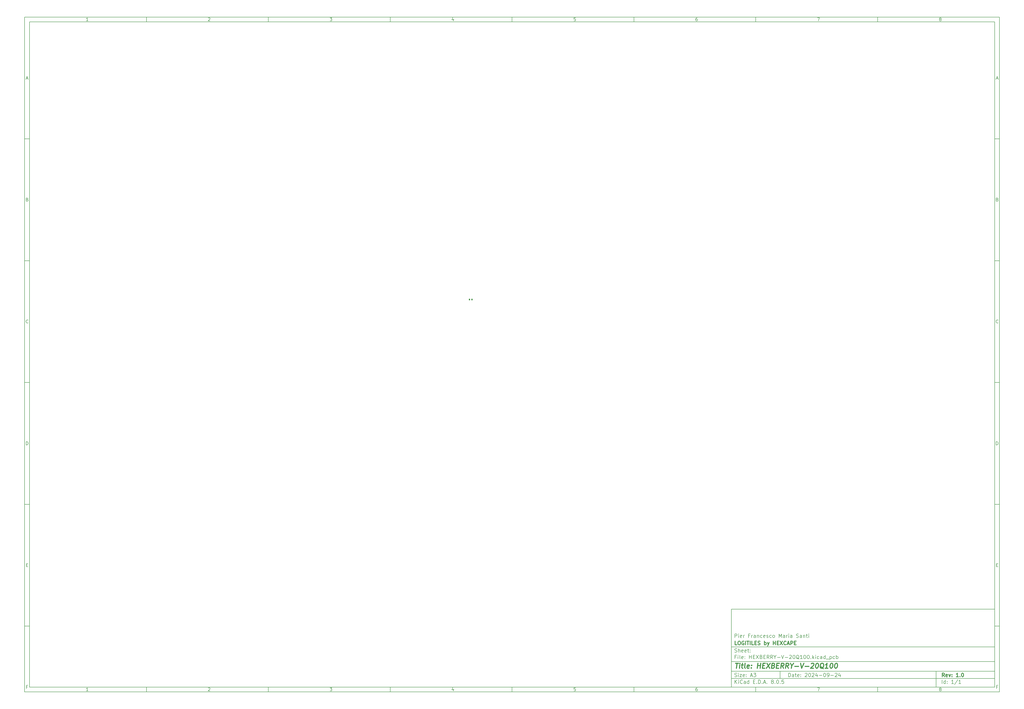
<source format=gbp>
%TF.GenerationSoftware,KiCad,Pcbnew,8.0.5-8.0.5-0~ubuntu24.04.1*%
%TF.CreationDate,2024-09-24T12:38:38+02:00*%
%TF.ProjectId,HEXBERRY-V-20Q100,48455842-4552-4525-992d-562d32305131,1.0*%
%TF.SameCoordinates,PX5f5e100PY5f5e100*%
%TF.FileFunction,Paste,Bot*%
%TF.FilePolarity,Positive*%
%FSLAX46Y46*%
G04 Gerber Fmt 4.6, Leading zero omitted, Abs format (unit mm)*
G04 Created by KiCad (PCBNEW 8.0.5-8.0.5-0~ubuntu24.04.1) date 2024-09-24 12:38:38*
%MOMM*%
%LPD*%
G01*
G04 APERTURE LIST*
G04 Aperture macros list*
%AMRoundRect*
0 Rectangle with rounded corners*
0 $1 Rounding radius*
0 $2 $3 $4 $5 $6 $7 $8 $9 X,Y pos of 4 corners*
0 Add a 4 corners polygon primitive as box body*
4,1,4,$2,$3,$4,$5,$6,$7,$8,$9,$2,$3,0*
0 Add four circle primitives for the rounded corners*
1,1,$1+$1,$2,$3*
1,1,$1+$1,$4,$5*
1,1,$1+$1,$6,$7*
1,1,$1+$1,$8,$9*
0 Add four rect primitives between the rounded corners*
20,1,$1+$1,$2,$3,$4,$5,0*
20,1,$1+$1,$4,$5,$6,$7,0*
20,1,$1+$1,$6,$7,$8,$9,0*
20,1,$1+$1,$8,$9,$2,$3,0*%
G04 Aperture macros list end*
%ADD10C,0.100000*%
%ADD11C,0.150000*%
%ADD12C,0.300000*%
%ADD13C,0.400000*%
%ADD14RoundRect,0.135000X-0.135000X-0.185000X0.135000X-0.185000X0.135000X0.185000X-0.135000X0.185000X0*%
G04 APERTURE END LIST*
D10*
D11*
X199989000Y-153002200D02*
X307989000Y-153002200D01*
X307989000Y-185002200D01*
X199989000Y-185002200D01*
X199989000Y-153002200D01*
D10*
D11*
X-90000000Y90000000D02*
X309989000Y90000000D01*
X309989000Y-187002200D01*
X-90000000Y-187002200D01*
X-90000000Y90000000D01*
D10*
D11*
X-88000000Y88000000D02*
X307989000Y88000000D01*
X307989000Y-185002200D01*
X-88000000Y-185002200D01*
X-88000000Y88000000D01*
D10*
D11*
X-40000000Y88000000D02*
X-40000000Y90000000D01*
D10*
D11*
X10000000Y88000000D02*
X10000000Y90000000D01*
D10*
D11*
X60000000Y88000000D02*
X60000000Y90000000D01*
D10*
D11*
X110000000Y88000000D02*
X110000000Y90000000D01*
D10*
D11*
X160000000Y88000000D02*
X160000000Y90000000D01*
D10*
D11*
X210000000Y88000000D02*
X210000000Y90000000D01*
D10*
D11*
X260000000Y88000000D02*
X260000000Y90000000D01*
D10*
D11*
X-63910840Y88406396D02*
X-64653697Y88406396D01*
X-64282269Y88406396D02*
X-64282269Y89706396D01*
X-64282269Y89706396D02*
X-64406078Y89520681D01*
X-64406078Y89520681D02*
X-64529888Y89396872D01*
X-64529888Y89396872D02*
X-64653697Y89334967D01*
D10*
D11*
X-14653697Y89582586D02*
X-14591793Y89644491D01*
X-14591793Y89644491D02*
X-14467983Y89706396D01*
X-14467983Y89706396D02*
X-14158459Y89706396D01*
X-14158459Y89706396D02*
X-14034650Y89644491D01*
X-14034650Y89644491D02*
X-13972745Y89582586D01*
X-13972745Y89582586D02*
X-13910840Y89458777D01*
X-13910840Y89458777D02*
X-13910840Y89334967D01*
X-13910840Y89334967D02*
X-13972745Y89149253D01*
X-13972745Y89149253D02*
X-14715602Y88406396D01*
X-14715602Y88406396D02*
X-13910840Y88406396D01*
D10*
D11*
X35284398Y89706396D02*
X36089160Y89706396D01*
X36089160Y89706396D02*
X35655826Y89211158D01*
X35655826Y89211158D02*
X35841541Y89211158D01*
X35841541Y89211158D02*
X35965350Y89149253D01*
X35965350Y89149253D02*
X36027255Y89087348D01*
X36027255Y89087348D02*
X36089160Y88963539D01*
X36089160Y88963539D02*
X36089160Y88654015D01*
X36089160Y88654015D02*
X36027255Y88530205D01*
X36027255Y88530205D02*
X35965350Y88468300D01*
X35965350Y88468300D02*
X35841541Y88406396D01*
X35841541Y88406396D02*
X35470112Y88406396D01*
X35470112Y88406396D02*
X35346303Y88468300D01*
X35346303Y88468300D02*
X35284398Y88530205D01*
D10*
D11*
X85965350Y89273062D02*
X85965350Y88406396D01*
X85655826Y89768300D02*
X85346303Y88839729D01*
X85346303Y88839729D02*
X86151064Y88839729D01*
D10*
D11*
X136027255Y89706396D02*
X135408207Y89706396D01*
X135408207Y89706396D02*
X135346303Y89087348D01*
X135346303Y89087348D02*
X135408207Y89149253D01*
X135408207Y89149253D02*
X135532017Y89211158D01*
X135532017Y89211158D02*
X135841541Y89211158D01*
X135841541Y89211158D02*
X135965350Y89149253D01*
X135965350Y89149253D02*
X136027255Y89087348D01*
X136027255Y89087348D02*
X136089160Y88963539D01*
X136089160Y88963539D02*
X136089160Y88654015D01*
X136089160Y88654015D02*
X136027255Y88530205D01*
X136027255Y88530205D02*
X135965350Y88468300D01*
X135965350Y88468300D02*
X135841541Y88406396D01*
X135841541Y88406396D02*
X135532017Y88406396D01*
X135532017Y88406396D02*
X135408207Y88468300D01*
X135408207Y88468300D02*
X135346303Y88530205D01*
D10*
D11*
X185965350Y89706396D02*
X185717731Y89706396D01*
X185717731Y89706396D02*
X185593922Y89644491D01*
X185593922Y89644491D02*
X185532017Y89582586D01*
X185532017Y89582586D02*
X185408207Y89396872D01*
X185408207Y89396872D02*
X185346303Y89149253D01*
X185346303Y89149253D02*
X185346303Y88654015D01*
X185346303Y88654015D02*
X185408207Y88530205D01*
X185408207Y88530205D02*
X185470112Y88468300D01*
X185470112Y88468300D02*
X185593922Y88406396D01*
X185593922Y88406396D02*
X185841541Y88406396D01*
X185841541Y88406396D02*
X185965350Y88468300D01*
X185965350Y88468300D02*
X186027255Y88530205D01*
X186027255Y88530205D02*
X186089160Y88654015D01*
X186089160Y88654015D02*
X186089160Y88963539D01*
X186089160Y88963539D02*
X186027255Y89087348D01*
X186027255Y89087348D02*
X185965350Y89149253D01*
X185965350Y89149253D02*
X185841541Y89211158D01*
X185841541Y89211158D02*
X185593922Y89211158D01*
X185593922Y89211158D02*
X185470112Y89149253D01*
X185470112Y89149253D02*
X185408207Y89087348D01*
X185408207Y89087348D02*
X185346303Y88963539D01*
D10*
D11*
X235284398Y89706396D02*
X236151064Y89706396D01*
X236151064Y89706396D02*
X235593922Y88406396D01*
D10*
D11*
X285593922Y89149253D02*
X285470112Y89211158D01*
X285470112Y89211158D02*
X285408207Y89273062D01*
X285408207Y89273062D02*
X285346303Y89396872D01*
X285346303Y89396872D02*
X285346303Y89458777D01*
X285346303Y89458777D02*
X285408207Y89582586D01*
X285408207Y89582586D02*
X285470112Y89644491D01*
X285470112Y89644491D02*
X285593922Y89706396D01*
X285593922Y89706396D02*
X285841541Y89706396D01*
X285841541Y89706396D02*
X285965350Y89644491D01*
X285965350Y89644491D02*
X286027255Y89582586D01*
X286027255Y89582586D02*
X286089160Y89458777D01*
X286089160Y89458777D02*
X286089160Y89396872D01*
X286089160Y89396872D02*
X286027255Y89273062D01*
X286027255Y89273062D02*
X285965350Y89211158D01*
X285965350Y89211158D02*
X285841541Y89149253D01*
X285841541Y89149253D02*
X285593922Y89149253D01*
X285593922Y89149253D02*
X285470112Y89087348D01*
X285470112Y89087348D02*
X285408207Y89025443D01*
X285408207Y89025443D02*
X285346303Y88901634D01*
X285346303Y88901634D02*
X285346303Y88654015D01*
X285346303Y88654015D02*
X285408207Y88530205D01*
X285408207Y88530205D02*
X285470112Y88468300D01*
X285470112Y88468300D02*
X285593922Y88406396D01*
X285593922Y88406396D02*
X285841541Y88406396D01*
X285841541Y88406396D02*
X285965350Y88468300D01*
X285965350Y88468300D02*
X286027255Y88530205D01*
X286027255Y88530205D02*
X286089160Y88654015D01*
X286089160Y88654015D02*
X286089160Y88901634D01*
X286089160Y88901634D02*
X286027255Y89025443D01*
X286027255Y89025443D02*
X285965350Y89087348D01*
X285965350Y89087348D02*
X285841541Y89149253D01*
D10*
D11*
X-40000000Y-185002200D02*
X-40000000Y-187002200D01*
D10*
D11*
X10000000Y-185002200D02*
X10000000Y-187002200D01*
D10*
D11*
X60000000Y-185002200D02*
X60000000Y-187002200D01*
D10*
D11*
X110000000Y-185002200D02*
X110000000Y-187002200D01*
D10*
D11*
X160000000Y-185002200D02*
X160000000Y-187002200D01*
D10*
D11*
X210000000Y-185002200D02*
X210000000Y-187002200D01*
D10*
D11*
X260000000Y-185002200D02*
X260000000Y-187002200D01*
D10*
D11*
X-63910840Y-186595804D02*
X-64653697Y-186595804D01*
X-64282269Y-186595804D02*
X-64282269Y-185295804D01*
X-64282269Y-185295804D02*
X-64406078Y-185481519D01*
X-64406078Y-185481519D02*
X-64529888Y-185605328D01*
X-64529888Y-185605328D02*
X-64653697Y-185667233D01*
D10*
D11*
X-14653697Y-185419614D02*
X-14591793Y-185357709D01*
X-14591793Y-185357709D02*
X-14467983Y-185295804D01*
X-14467983Y-185295804D02*
X-14158459Y-185295804D01*
X-14158459Y-185295804D02*
X-14034650Y-185357709D01*
X-14034650Y-185357709D02*
X-13972745Y-185419614D01*
X-13972745Y-185419614D02*
X-13910840Y-185543423D01*
X-13910840Y-185543423D02*
X-13910840Y-185667233D01*
X-13910840Y-185667233D02*
X-13972745Y-185852947D01*
X-13972745Y-185852947D02*
X-14715602Y-186595804D01*
X-14715602Y-186595804D02*
X-13910840Y-186595804D01*
D10*
D11*
X35284398Y-185295804D02*
X36089160Y-185295804D01*
X36089160Y-185295804D02*
X35655826Y-185791042D01*
X35655826Y-185791042D02*
X35841541Y-185791042D01*
X35841541Y-185791042D02*
X35965350Y-185852947D01*
X35965350Y-185852947D02*
X36027255Y-185914852D01*
X36027255Y-185914852D02*
X36089160Y-186038661D01*
X36089160Y-186038661D02*
X36089160Y-186348185D01*
X36089160Y-186348185D02*
X36027255Y-186471995D01*
X36027255Y-186471995D02*
X35965350Y-186533900D01*
X35965350Y-186533900D02*
X35841541Y-186595804D01*
X35841541Y-186595804D02*
X35470112Y-186595804D01*
X35470112Y-186595804D02*
X35346303Y-186533900D01*
X35346303Y-186533900D02*
X35284398Y-186471995D01*
D10*
D11*
X85965350Y-185729138D02*
X85965350Y-186595804D01*
X85655826Y-185233900D02*
X85346303Y-186162471D01*
X85346303Y-186162471D02*
X86151064Y-186162471D01*
D10*
D11*
X136027255Y-185295804D02*
X135408207Y-185295804D01*
X135408207Y-185295804D02*
X135346303Y-185914852D01*
X135346303Y-185914852D02*
X135408207Y-185852947D01*
X135408207Y-185852947D02*
X135532017Y-185791042D01*
X135532017Y-185791042D02*
X135841541Y-185791042D01*
X135841541Y-185791042D02*
X135965350Y-185852947D01*
X135965350Y-185852947D02*
X136027255Y-185914852D01*
X136027255Y-185914852D02*
X136089160Y-186038661D01*
X136089160Y-186038661D02*
X136089160Y-186348185D01*
X136089160Y-186348185D02*
X136027255Y-186471995D01*
X136027255Y-186471995D02*
X135965350Y-186533900D01*
X135965350Y-186533900D02*
X135841541Y-186595804D01*
X135841541Y-186595804D02*
X135532017Y-186595804D01*
X135532017Y-186595804D02*
X135408207Y-186533900D01*
X135408207Y-186533900D02*
X135346303Y-186471995D01*
D10*
D11*
X185965350Y-185295804D02*
X185717731Y-185295804D01*
X185717731Y-185295804D02*
X185593922Y-185357709D01*
X185593922Y-185357709D02*
X185532017Y-185419614D01*
X185532017Y-185419614D02*
X185408207Y-185605328D01*
X185408207Y-185605328D02*
X185346303Y-185852947D01*
X185346303Y-185852947D02*
X185346303Y-186348185D01*
X185346303Y-186348185D02*
X185408207Y-186471995D01*
X185408207Y-186471995D02*
X185470112Y-186533900D01*
X185470112Y-186533900D02*
X185593922Y-186595804D01*
X185593922Y-186595804D02*
X185841541Y-186595804D01*
X185841541Y-186595804D02*
X185965350Y-186533900D01*
X185965350Y-186533900D02*
X186027255Y-186471995D01*
X186027255Y-186471995D02*
X186089160Y-186348185D01*
X186089160Y-186348185D02*
X186089160Y-186038661D01*
X186089160Y-186038661D02*
X186027255Y-185914852D01*
X186027255Y-185914852D02*
X185965350Y-185852947D01*
X185965350Y-185852947D02*
X185841541Y-185791042D01*
X185841541Y-185791042D02*
X185593922Y-185791042D01*
X185593922Y-185791042D02*
X185470112Y-185852947D01*
X185470112Y-185852947D02*
X185408207Y-185914852D01*
X185408207Y-185914852D02*
X185346303Y-186038661D01*
D10*
D11*
X235284398Y-185295804D02*
X236151064Y-185295804D01*
X236151064Y-185295804D02*
X235593922Y-186595804D01*
D10*
D11*
X285593922Y-185852947D02*
X285470112Y-185791042D01*
X285470112Y-185791042D02*
X285408207Y-185729138D01*
X285408207Y-185729138D02*
X285346303Y-185605328D01*
X285346303Y-185605328D02*
X285346303Y-185543423D01*
X285346303Y-185543423D02*
X285408207Y-185419614D01*
X285408207Y-185419614D02*
X285470112Y-185357709D01*
X285470112Y-185357709D02*
X285593922Y-185295804D01*
X285593922Y-185295804D02*
X285841541Y-185295804D01*
X285841541Y-185295804D02*
X285965350Y-185357709D01*
X285965350Y-185357709D02*
X286027255Y-185419614D01*
X286027255Y-185419614D02*
X286089160Y-185543423D01*
X286089160Y-185543423D02*
X286089160Y-185605328D01*
X286089160Y-185605328D02*
X286027255Y-185729138D01*
X286027255Y-185729138D02*
X285965350Y-185791042D01*
X285965350Y-185791042D02*
X285841541Y-185852947D01*
X285841541Y-185852947D02*
X285593922Y-185852947D01*
X285593922Y-185852947D02*
X285470112Y-185914852D01*
X285470112Y-185914852D02*
X285408207Y-185976757D01*
X285408207Y-185976757D02*
X285346303Y-186100566D01*
X285346303Y-186100566D02*
X285346303Y-186348185D01*
X285346303Y-186348185D02*
X285408207Y-186471995D01*
X285408207Y-186471995D02*
X285470112Y-186533900D01*
X285470112Y-186533900D02*
X285593922Y-186595804D01*
X285593922Y-186595804D02*
X285841541Y-186595804D01*
X285841541Y-186595804D02*
X285965350Y-186533900D01*
X285965350Y-186533900D02*
X286027255Y-186471995D01*
X286027255Y-186471995D02*
X286089160Y-186348185D01*
X286089160Y-186348185D02*
X286089160Y-186100566D01*
X286089160Y-186100566D02*
X286027255Y-185976757D01*
X286027255Y-185976757D02*
X285965350Y-185914852D01*
X285965350Y-185914852D02*
X285841541Y-185852947D01*
D10*
D11*
X-90000000Y40000000D02*
X-88000000Y40000000D01*
D10*
D11*
X-90000000Y-10000000D02*
X-88000000Y-10000000D01*
D10*
D11*
X-90000000Y-60000000D02*
X-88000000Y-60000000D01*
D10*
D11*
X-90000000Y-110000000D02*
X-88000000Y-110000000D01*
D10*
D11*
X-90000000Y-160000000D02*
X-88000000Y-160000000D01*
D10*
D11*
X-89309524Y64777824D02*
X-88690477Y64777824D01*
X-89433334Y64406396D02*
X-89000001Y65706396D01*
X-89000001Y65706396D02*
X-88566667Y64406396D01*
D10*
D11*
X-88907143Y15087348D02*
X-88721429Y15025443D01*
X-88721429Y15025443D02*
X-88659524Y14963539D01*
X-88659524Y14963539D02*
X-88597620Y14839729D01*
X-88597620Y14839729D02*
X-88597620Y14654015D01*
X-88597620Y14654015D02*
X-88659524Y14530205D01*
X-88659524Y14530205D02*
X-88721429Y14468300D01*
X-88721429Y14468300D02*
X-88845239Y14406396D01*
X-88845239Y14406396D02*
X-89340477Y14406396D01*
X-89340477Y14406396D02*
X-89340477Y15706396D01*
X-89340477Y15706396D02*
X-88907143Y15706396D01*
X-88907143Y15706396D02*
X-88783334Y15644491D01*
X-88783334Y15644491D02*
X-88721429Y15582586D01*
X-88721429Y15582586D02*
X-88659524Y15458777D01*
X-88659524Y15458777D02*
X-88659524Y15334967D01*
X-88659524Y15334967D02*
X-88721429Y15211158D01*
X-88721429Y15211158D02*
X-88783334Y15149253D01*
X-88783334Y15149253D02*
X-88907143Y15087348D01*
X-88907143Y15087348D02*
X-89340477Y15087348D01*
D10*
D11*
X-88597620Y-35469795D02*
X-88659524Y-35531700D01*
X-88659524Y-35531700D02*
X-88845239Y-35593604D01*
X-88845239Y-35593604D02*
X-88969048Y-35593604D01*
X-88969048Y-35593604D02*
X-89154762Y-35531700D01*
X-89154762Y-35531700D02*
X-89278572Y-35407890D01*
X-89278572Y-35407890D02*
X-89340477Y-35284080D01*
X-89340477Y-35284080D02*
X-89402381Y-35036461D01*
X-89402381Y-35036461D02*
X-89402381Y-34850747D01*
X-89402381Y-34850747D02*
X-89340477Y-34603128D01*
X-89340477Y-34603128D02*
X-89278572Y-34479319D01*
X-89278572Y-34479319D02*
X-89154762Y-34355509D01*
X-89154762Y-34355509D02*
X-88969048Y-34293604D01*
X-88969048Y-34293604D02*
X-88845239Y-34293604D01*
X-88845239Y-34293604D02*
X-88659524Y-34355509D01*
X-88659524Y-34355509D02*
X-88597620Y-34417414D01*
D10*
D11*
X-89340477Y-85593604D02*
X-89340477Y-84293604D01*
X-89340477Y-84293604D02*
X-89030953Y-84293604D01*
X-89030953Y-84293604D02*
X-88845239Y-84355509D01*
X-88845239Y-84355509D02*
X-88721429Y-84479319D01*
X-88721429Y-84479319D02*
X-88659524Y-84603128D01*
X-88659524Y-84603128D02*
X-88597620Y-84850747D01*
X-88597620Y-84850747D02*
X-88597620Y-85036461D01*
X-88597620Y-85036461D02*
X-88659524Y-85284080D01*
X-88659524Y-85284080D02*
X-88721429Y-85407890D01*
X-88721429Y-85407890D02*
X-88845239Y-85531700D01*
X-88845239Y-85531700D02*
X-89030953Y-85593604D01*
X-89030953Y-85593604D02*
X-89340477Y-85593604D01*
D10*
D11*
X-89278572Y-134912652D02*
X-88845238Y-134912652D01*
X-88659524Y-135593604D02*
X-89278572Y-135593604D01*
X-89278572Y-135593604D02*
X-89278572Y-134293604D01*
X-89278572Y-134293604D02*
X-88659524Y-134293604D01*
D10*
D11*
X-88814286Y-184912652D02*
X-89247620Y-184912652D01*
X-89247620Y-185593604D02*
X-89247620Y-184293604D01*
X-89247620Y-184293604D02*
X-88628572Y-184293604D01*
D10*
D11*
X309989000Y40000000D02*
X307989000Y40000000D01*
D10*
D11*
X309989000Y-10000000D02*
X307989000Y-10000000D01*
D10*
D11*
X309989000Y-60000000D02*
X307989000Y-60000000D01*
D10*
D11*
X309989000Y-110000000D02*
X307989000Y-110000000D01*
D10*
D11*
X309989000Y-160000000D02*
X307989000Y-160000000D01*
D10*
D11*
X308679476Y64777824D02*
X309298523Y64777824D01*
X308555666Y64406396D02*
X308988999Y65706396D01*
X308988999Y65706396D02*
X309422333Y64406396D01*
D10*
D11*
X309081857Y15087348D02*
X309267571Y15025443D01*
X309267571Y15025443D02*
X309329476Y14963539D01*
X309329476Y14963539D02*
X309391380Y14839729D01*
X309391380Y14839729D02*
X309391380Y14654015D01*
X309391380Y14654015D02*
X309329476Y14530205D01*
X309329476Y14530205D02*
X309267571Y14468300D01*
X309267571Y14468300D02*
X309143761Y14406396D01*
X309143761Y14406396D02*
X308648523Y14406396D01*
X308648523Y14406396D02*
X308648523Y15706396D01*
X308648523Y15706396D02*
X309081857Y15706396D01*
X309081857Y15706396D02*
X309205666Y15644491D01*
X309205666Y15644491D02*
X309267571Y15582586D01*
X309267571Y15582586D02*
X309329476Y15458777D01*
X309329476Y15458777D02*
X309329476Y15334967D01*
X309329476Y15334967D02*
X309267571Y15211158D01*
X309267571Y15211158D02*
X309205666Y15149253D01*
X309205666Y15149253D02*
X309081857Y15087348D01*
X309081857Y15087348D02*
X308648523Y15087348D01*
D10*
D11*
X309391380Y-35469795D02*
X309329476Y-35531700D01*
X309329476Y-35531700D02*
X309143761Y-35593604D01*
X309143761Y-35593604D02*
X309019952Y-35593604D01*
X309019952Y-35593604D02*
X308834238Y-35531700D01*
X308834238Y-35531700D02*
X308710428Y-35407890D01*
X308710428Y-35407890D02*
X308648523Y-35284080D01*
X308648523Y-35284080D02*
X308586619Y-35036461D01*
X308586619Y-35036461D02*
X308586619Y-34850747D01*
X308586619Y-34850747D02*
X308648523Y-34603128D01*
X308648523Y-34603128D02*
X308710428Y-34479319D01*
X308710428Y-34479319D02*
X308834238Y-34355509D01*
X308834238Y-34355509D02*
X309019952Y-34293604D01*
X309019952Y-34293604D02*
X309143761Y-34293604D01*
X309143761Y-34293604D02*
X309329476Y-34355509D01*
X309329476Y-34355509D02*
X309391380Y-34417414D01*
D10*
D11*
X308648523Y-85593604D02*
X308648523Y-84293604D01*
X308648523Y-84293604D02*
X308958047Y-84293604D01*
X308958047Y-84293604D02*
X309143761Y-84355509D01*
X309143761Y-84355509D02*
X309267571Y-84479319D01*
X309267571Y-84479319D02*
X309329476Y-84603128D01*
X309329476Y-84603128D02*
X309391380Y-84850747D01*
X309391380Y-84850747D02*
X309391380Y-85036461D01*
X309391380Y-85036461D02*
X309329476Y-85284080D01*
X309329476Y-85284080D02*
X309267571Y-85407890D01*
X309267571Y-85407890D02*
X309143761Y-85531700D01*
X309143761Y-85531700D02*
X308958047Y-85593604D01*
X308958047Y-85593604D02*
X308648523Y-85593604D01*
D10*
D11*
X308710428Y-134912652D02*
X309143762Y-134912652D01*
X309329476Y-135593604D02*
X308710428Y-135593604D01*
X308710428Y-135593604D02*
X308710428Y-134293604D01*
X308710428Y-134293604D02*
X309329476Y-134293604D01*
D10*
D11*
X309174714Y-184912652D02*
X308741380Y-184912652D01*
X308741380Y-185593604D02*
X308741380Y-184293604D01*
X308741380Y-184293604D02*
X309360428Y-184293604D01*
D10*
D11*
X223444826Y-180788328D02*
X223444826Y-179288328D01*
X223444826Y-179288328D02*
X223801969Y-179288328D01*
X223801969Y-179288328D02*
X224016255Y-179359757D01*
X224016255Y-179359757D02*
X224159112Y-179502614D01*
X224159112Y-179502614D02*
X224230541Y-179645471D01*
X224230541Y-179645471D02*
X224301969Y-179931185D01*
X224301969Y-179931185D02*
X224301969Y-180145471D01*
X224301969Y-180145471D02*
X224230541Y-180431185D01*
X224230541Y-180431185D02*
X224159112Y-180574042D01*
X224159112Y-180574042D02*
X224016255Y-180716900D01*
X224016255Y-180716900D02*
X223801969Y-180788328D01*
X223801969Y-180788328D02*
X223444826Y-180788328D01*
X225587684Y-180788328D02*
X225587684Y-180002614D01*
X225587684Y-180002614D02*
X225516255Y-179859757D01*
X225516255Y-179859757D02*
X225373398Y-179788328D01*
X225373398Y-179788328D02*
X225087684Y-179788328D01*
X225087684Y-179788328D02*
X224944826Y-179859757D01*
X225587684Y-180716900D02*
X225444826Y-180788328D01*
X225444826Y-180788328D02*
X225087684Y-180788328D01*
X225087684Y-180788328D02*
X224944826Y-180716900D01*
X224944826Y-180716900D02*
X224873398Y-180574042D01*
X224873398Y-180574042D02*
X224873398Y-180431185D01*
X224873398Y-180431185D02*
X224944826Y-180288328D01*
X224944826Y-180288328D02*
X225087684Y-180216900D01*
X225087684Y-180216900D02*
X225444826Y-180216900D01*
X225444826Y-180216900D02*
X225587684Y-180145471D01*
X226087684Y-179788328D02*
X226659112Y-179788328D01*
X226301969Y-179288328D02*
X226301969Y-180574042D01*
X226301969Y-180574042D02*
X226373398Y-180716900D01*
X226373398Y-180716900D02*
X226516255Y-180788328D01*
X226516255Y-180788328D02*
X226659112Y-180788328D01*
X227730541Y-180716900D02*
X227587684Y-180788328D01*
X227587684Y-180788328D02*
X227301970Y-180788328D01*
X227301970Y-180788328D02*
X227159112Y-180716900D01*
X227159112Y-180716900D02*
X227087684Y-180574042D01*
X227087684Y-180574042D02*
X227087684Y-180002614D01*
X227087684Y-180002614D02*
X227159112Y-179859757D01*
X227159112Y-179859757D02*
X227301970Y-179788328D01*
X227301970Y-179788328D02*
X227587684Y-179788328D01*
X227587684Y-179788328D02*
X227730541Y-179859757D01*
X227730541Y-179859757D02*
X227801970Y-180002614D01*
X227801970Y-180002614D02*
X227801970Y-180145471D01*
X227801970Y-180145471D02*
X227087684Y-180288328D01*
X228444826Y-180645471D02*
X228516255Y-180716900D01*
X228516255Y-180716900D02*
X228444826Y-180788328D01*
X228444826Y-180788328D02*
X228373398Y-180716900D01*
X228373398Y-180716900D02*
X228444826Y-180645471D01*
X228444826Y-180645471D02*
X228444826Y-180788328D01*
X228444826Y-179859757D02*
X228516255Y-179931185D01*
X228516255Y-179931185D02*
X228444826Y-180002614D01*
X228444826Y-180002614D02*
X228373398Y-179931185D01*
X228373398Y-179931185D02*
X228444826Y-179859757D01*
X228444826Y-179859757D02*
X228444826Y-180002614D01*
X230230541Y-179431185D02*
X230301969Y-179359757D01*
X230301969Y-179359757D02*
X230444827Y-179288328D01*
X230444827Y-179288328D02*
X230801969Y-179288328D01*
X230801969Y-179288328D02*
X230944827Y-179359757D01*
X230944827Y-179359757D02*
X231016255Y-179431185D01*
X231016255Y-179431185D02*
X231087684Y-179574042D01*
X231087684Y-179574042D02*
X231087684Y-179716900D01*
X231087684Y-179716900D02*
X231016255Y-179931185D01*
X231016255Y-179931185D02*
X230159112Y-180788328D01*
X230159112Y-180788328D02*
X231087684Y-180788328D01*
X232016255Y-179288328D02*
X232159112Y-179288328D01*
X232159112Y-179288328D02*
X232301969Y-179359757D01*
X232301969Y-179359757D02*
X232373398Y-179431185D01*
X232373398Y-179431185D02*
X232444826Y-179574042D01*
X232444826Y-179574042D02*
X232516255Y-179859757D01*
X232516255Y-179859757D02*
X232516255Y-180216900D01*
X232516255Y-180216900D02*
X232444826Y-180502614D01*
X232444826Y-180502614D02*
X232373398Y-180645471D01*
X232373398Y-180645471D02*
X232301969Y-180716900D01*
X232301969Y-180716900D02*
X232159112Y-180788328D01*
X232159112Y-180788328D02*
X232016255Y-180788328D01*
X232016255Y-180788328D02*
X231873398Y-180716900D01*
X231873398Y-180716900D02*
X231801969Y-180645471D01*
X231801969Y-180645471D02*
X231730540Y-180502614D01*
X231730540Y-180502614D02*
X231659112Y-180216900D01*
X231659112Y-180216900D02*
X231659112Y-179859757D01*
X231659112Y-179859757D02*
X231730540Y-179574042D01*
X231730540Y-179574042D02*
X231801969Y-179431185D01*
X231801969Y-179431185D02*
X231873398Y-179359757D01*
X231873398Y-179359757D02*
X232016255Y-179288328D01*
X233087683Y-179431185D02*
X233159111Y-179359757D01*
X233159111Y-179359757D02*
X233301969Y-179288328D01*
X233301969Y-179288328D02*
X233659111Y-179288328D01*
X233659111Y-179288328D02*
X233801969Y-179359757D01*
X233801969Y-179359757D02*
X233873397Y-179431185D01*
X233873397Y-179431185D02*
X233944826Y-179574042D01*
X233944826Y-179574042D02*
X233944826Y-179716900D01*
X233944826Y-179716900D02*
X233873397Y-179931185D01*
X233873397Y-179931185D02*
X233016254Y-180788328D01*
X233016254Y-180788328D02*
X233944826Y-180788328D01*
X235230540Y-179788328D02*
X235230540Y-180788328D01*
X234873397Y-179216900D02*
X234516254Y-180288328D01*
X234516254Y-180288328D02*
X235444825Y-180288328D01*
X236016253Y-180216900D02*
X237159111Y-180216900D01*
X238159111Y-179288328D02*
X238301968Y-179288328D01*
X238301968Y-179288328D02*
X238444825Y-179359757D01*
X238444825Y-179359757D02*
X238516254Y-179431185D01*
X238516254Y-179431185D02*
X238587682Y-179574042D01*
X238587682Y-179574042D02*
X238659111Y-179859757D01*
X238659111Y-179859757D02*
X238659111Y-180216900D01*
X238659111Y-180216900D02*
X238587682Y-180502614D01*
X238587682Y-180502614D02*
X238516254Y-180645471D01*
X238516254Y-180645471D02*
X238444825Y-180716900D01*
X238444825Y-180716900D02*
X238301968Y-180788328D01*
X238301968Y-180788328D02*
X238159111Y-180788328D01*
X238159111Y-180788328D02*
X238016254Y-180716900D01*
X238016254Y-180716900D02*
X237944825Y-180645471D01*
X237944825Y-180645471D02*
X237873396Y-180502614D01*
X237873396Y-180502614D02*
X237801968Y-180216900D01*
X237801968Y-180216900D02*
X237801968Y-179859757D01*
X237801968Y-179859757D02*
X237873396Y-179574042D01*
X237873396Y-179574042D02*
X237944825Y-179431185D01*
X237944825Y-179431185D02*
X238016254Y-179359757D01*
X238016254Y-179359757D02*
X238159111Y-179288328D01*
X239373396Y-180788328D02*
X239659110Y-180788328D01*
X239659110Y-180788328D02*
X239801967Y-180716900D01*
X239801967Y-180716900D02*
X239873396Y-180645471D01*
X239873396Y-180645471D02*
X240016253Y-180431185D01*
X240016253Y-180431185D02*
X240087682Y-180145471D01*
X240087682Y-180145471D02*
X240087682Y-179574042D01*
X240087682Y-179574042D02*
X240016253Y-179431185D01*
X240016253Y-179431185D02*
X239944825Y-179359757D01*
X239944825Y-179359757D02*
X239801967Y-179288328D01*
X239801967Y-179288328D02*
X239516253Y-179288328D01*
X239516253Y-179288328D02*
X239373396Y-179359757D01*
X239373396Y-179359757D02*
X239301967Y-179431185D01*
X239301967Y-179431185D02*
X239230539Y-179574042D01*
X239230539Y-179574042D02*
X239230539Y-179931185D01*
X239230539Y-179931185D02*
X239301967Y-180074042D01*
X239301967Y-180074042D02*
X239373396Y-180145471D01*
X239373396Y-180145471D02*
X239516253Y-180216900D01*
X239516253Y-180216900D02*
X239801967Y-180216900D01*
X239801967Y-180216900D02*
X239944825Y-180145471D01*
X239944825Y-180145471D02*
X240016253Y-180074042D01*
X240016253Y-180074042D02*
X240087682Y-179931185D01*
X240730538Y-180216900D02*
X241873396Y-180216900D01*
X242516253Y-179431185D02*
X242587681Y-179359757D01*
X242587681Y-179359757D02*
X242730539Y-179288328D01*
X242730539Y-179288328D02*
X243087681Y-179288328D01*
X243087681Y-179288328D02*
X243230539Y-179359757D01*
X243230539Y-179359757D02*
X243301967Y-179431185D01*
X243301967Y-179431185D02*
X243373396Y-179574042D01*
X243373396Y-179574042D02*
X243373396Y-179716900D01*
X243373396Y-179716900D02*
X243301967Y-179931185D01*
X243301967Y-179931185D02*
X242444824Y-180788328D01*
X242444824Y-180788328D02*
X243373396Y-180788328D01*
X244659110Y-179788328D02*
X244659110Y-180788328D01*
X244301967Y-179216900D02*
X243944824Y-180288328D01*
X243944824Y-180288328D02*
X244873395Y-180288328D01*
D10*
D11*
X199989000Y-181502200D02*
X307989000Y-181502200D01*
D10*
D11*
X201444826Y-183588328D02*
X201444826Y-182088328D01*
X202301969Y-183588328D02*
X201659112Y-182731185D01*
X202301969Y-182088328D02*
X201444826Y-182945471D01*
X202944826Y-183588328D02*
X202944826Y-182588328D01*
X202944826Y-182088328D02*
X202873398Y-182159757D01*
X202873398Y-182159757D02*
X202944826Y-182231185D01*
X202944826Y-182231185D02*
X203016255Y-182159757D01*
X203016255Y-182159757D02*
X202944826Y-182088328D01*
X202944826Y-182088328D02*
X202944826Y-182231185D01*
X204516255Y-183445471D02*
X204444827Y-183516900D01*
X204444827Y-183516900D02*
X204230541Y-183588328D01*
X204230541Y-183588328D02*
X204087684Y-183588328D01*
X204087684Y-183588328D02*
X203873398Y-183516900D01*
X203873398Y-183516900D02*
X203730541Y-183374042D01*
X203730541Y-183374042D02*
X203659112Y-183231185D01*
X203659112Y-183231185D02*
X203587684Y-182945471D01*
X203587684Y-182945471D02*
X203587684Y-182731185D01*
X203587684Y-182731185D02*
X203659112Y-182445471D01*
X203659112Y-182445471D02*
X203730541Y-182302614D01*
X203730541Y-182302614D02*
X203873398Y-182159757D01*
X203873398Y-182159757D02*
X204087684Y-182088328D01*
X204087684Y-182088328D02*
X204230541Y-182088328D01*
X204230541Y-182088328D02*
X204444827Y-182159757D01*
X204444827Y-182159757D02*
X204516255Y-182231185D01*
X205801970Y-183588328D02*
X205801970Y-182802614D01*
X205801970Y-182802614D02*
X205730541Y-182659757D01*
X205730541Y-182659757D02*
X205587684Y-182588328D01*
X205587684Y-182588328D02*
X205301970Y-182588328D01*
X205301970Y-182588328D02*
X205159112Y-182659757D01*
X205801970Y-183516900D02*
X205659112Y-183588328D01*
X205659112Y-183588328D02*
X205301970Y-183588328D01*
X205301970Y-183588328D02*
X205159112Y-183516900D01*
X205159112Y-183516900D02*
X205087684Y-183374042D01*
X205087684Y-183374042D02*
X205087684Y-183231185D01*
X205087684Y-183231185D02*
X205159112Y-183088328D01*
X205159112Y-183088328D02*
X205301970Y-183016900D01*
X205301970Y-183016900D02*
X205659112Y-183016900D01*
X205659112Y-183016900D02*
X205801970Y-182945471D01*
X207159113Y-183588328D02*
X207159113Y-182088328D01*
X207159113Y-183516900D02*
X207016255Y-183588328D01*
X207016255Y-183588328D02*
X206730541Y-183588328D01*
X206730541Y-183588328D02*
X206587684Y-183516900D01*
X206587684Y-183516900D02*
X206516255Y-183445471D01*
X206516255Y-183445471D02*
X206444827Y-183302614D01*
X206444827Y-183302614D02*
X206444827Y-182874042D01*
X206444827Y-182874042D02*
X206516255Y-182731185D01*
X206516255Y-182731185D02*
X206587684Y-182659757D01*
X206587684Y-182659757D02*
X206730541Y-182588328D01*
X206730541Y-182588328D02*
X207016255Y-182588328D01*
X207016255Y-182588328D02*
X207159113Y-182659757D01*
X209016255Y-182802614D02*
X209516255Y-182802614D01*
X209730541Y-183588328D02*
X209016255Y-183588328D01*
X209016255Y-183588328D02*
X209016255Y-182088328D01*
X209016255Y-182088328D02*
X209730541Y-182088328D01*
X210373398Y-183445471D02*
X210444827Y-183516900D01*
X210444827Y-183516900D02*
X210373398Y-183588328D01*
X210373398Y-183588328D02*
X210301970Y-183516900D01*
X210301970Y-183516900D02*
X210373398Y-183445471D01*
X210373398Y-183445471D02*
X210373398Y-183588328D01*
X211087684Y-183588328D02*
X211087684Y-182088328D01*
X211087684Y-182088328D02*
X211444827Y-182088328D01*
X211444827Y-182088328D02*
X211659113Y-182159757D01*
X211659113Y-182159757D02*
X211801970Y-182302614D01*
X211801970Y-182302614D02*
X211873399Y-182445471D01*
X211873399Y-182445471D02*
X211944827Y-182731185D01*
X211944827Y-182731185D02*
X211944827Y-182945471D01*
X211944827Y-182945471D02*
X211873399Y-183231185D01*
X211873399Y-183231185D02*
X211801970Y-183374042D01*
X211801970Y-183374042D02*
X211659113Y-183516900D01*
X211659113Y-183516900D02*
X211444827Y-183588328D01*
X211444827Y-183588328D02*
X211087684Y-183588328D01*
X212587684Y-183445471D02*
X212659113Y-183516900D01*
X212659113Y-183516900D02*
X212587684Y-183588328D01*
X212587684Y-183588328D02*
X212516256Y-183516900D01*
X212516256Y-183516900D02*
X212587684Y-183445471D01*
X212587684Y-183445471D02*
X212587684Y-183588328D01*
X213230542Y-183159757D02*
X213944828Y-183159757D01*
X213087685Y-183588328D02*
X213587685Y-182088328D01*
X213587685Y-182088328D02*
X214087685Y-183588328D01*
X214587684Y-183445471D02*
X214659113Y-183516900D01*
X214659113Y-183516900D02*
X214587684Y-183588328D01*
X214587684Y-183588328D02*
X214516256Y-183516900D01*
X214516256Y-183516900D02*
X214587684Y-183445471D01*
X214587684Y-183445471D02*
X214587684Y-183588328D01*
X216659113Y-182731185D02*
X216516256Y-182659757D01*
X216516256Y-182659757D02*
X216444827Y-182588328D01*
X216444827Y-182588328D02*
X216373399Y-182445471D01*
X216373399Y-182445471D02*
X216373399Y-182374042D01*
X216373399Y-182374042D02*
X216444827Y-182231185D01*
X216444827Y-182231185D02*
X216516256Y-182159757D01*
X216516256Y-182159757D02*
X216659113Y-182088328D01*
X216659113Y-182088328D02*
X216944827Y-182088328D01*
X216944827Y-182088328D02*
X217087685Y-182159757D01*
X217087685Y-182159757D02*
X217159113Y-182231185D01*
X217159113Y-182231185D02*
X217230542Y-182374042D01*
X217230542Y-182374042D02*
X217230542Y-182445471D01*
X217230542Y-182445471D02*
X217159113Y-182588328D01*
X217159113Y-182588328D02*
X217087685Y-182659757D01*
X217087685Y-182659757D02*
X216944827Y-182731185D01*
X216944827Y-182731185D02*
X216659113Y-182731185D01*
X216659113Y-182731185D02*
X216516256Y-182802614D01*
X216516256Y-182802614D02*
X216444827Y-182874042D01*
X216444827Y-182874042D02*
X216373399Y-183016900D01*
X216373399Y-183016900D02*
X216373399Y-183302614D01*
X216373399Y-183302614D02*
X216444827Y-183445471D01*
X216444827Y-183445471D02*
X216516256Y-183516900D01*
X216516256Y-183516900D02*
X216659113Y-183588328D01*
X216659113Y-183588328D02*
X216944827Y-183588328D01*
X216944827Y-183588328D02*
X217087685Y-183516900D01*
X217087685Y-183516900D02*
X217159113Y-183445471D01*
X217159113Y-183445471D02*
X217230542Y-183302614D01*
X217230542Y-183302614D02*
X217230542Y-183016900D01*
X217230542Y-183016900D02*
X217159113Y-182874042D01*
X217159113Y-182874042D02*
X217087685Y-182802614D01*
X217087685Y-182802614D02*
X216944827Y-182731185D01*
X217873398Y-183445471D02*
X217944827Y-183516900D01*
X217944827Y-183516900D02*
X217873398Y-183588328D01*
X217873398Y-183588328D02*
X217801970Y-183516900D01*
X217801970Y-183516900D02*
X217873398Y-183445471D01*
X217873398Y-183445471D02*
X217873398Y-183588328D01*
X218873399Y-182088328D02*
X219016256Y-182088328D01*
X219016256Y-182088328D02*
X219159113Y-182159757D01*
X219159113Y-182159757D02*
X219230542Y-182231185D01*
X219230542Y-182231185D02*
X219301970Y-182374042D01*
X219301970Y-182374042D02*
X219373399Y-182659757D01*
X219373399Y-182659757D02*
X219373399Y-183016900D01*
X219373399Y-183016900D02*
X219301970Y-183302614D01*
X219301970Y-183302614D02*
X219230542Y-183445471D01*
X219230542Y-183445471D02*
X219159113Y-183516900D01*
X219159113Y-183516900D02*
X219016256Y-183588328D01*
X219016256Y-183588328D02*
X218873399Y-183588328D01*
X218873399Y-183588328D02*
X218730542Y-183516900D01*
X218730542Y-183516900D02*
X218659113Y-183445471D01*
X218659113Y-183445471D02*
X218587684Y-183302614D01*
X218587684Y-183302614D02*
X218516256Y-183016900D01*
X218516256Y-183016900D02*
X218516256Y-182659757D01*
X218516256Y-182659757D02*
X218587684Y-182374042D01*
X218587684Y-182374042D02*
X218659113Y-182231185D01*
X218659113Y-182231185D02*
X218730542Y-182159757D01*
X218730542Y-182159757D02*
X218873399Y-182088328D01*
X220016255Y-183445471D02*
X220087684Y-183516900D01*
X220087684Y-183516900D02*
X220016255Y-183588328D01*
X220016255Y-183588328D02*
X219944827Y-183516900D01*
X219944827Y-183516900D02*
X220016255Y-183445471D01*
X220016255Y-183445471D02*
X220016255Y-183588328D01*
X221444827Y-182088328D02*
X220730541Y-182088328D01*
X220730541Y-182088328D02*
X220659113Y-182802614D01*
X220659113Y-182802614D02*
X220730541Y-182731185D01*
X220730541Y-182731185D02*
X220873399Y-182659757D01*
X220873399Y-182659757D02*
X221230541Y-182659757D01*
X221230541Y-182659757D02*
X221373399Y-182731185D01*
X221373399Y-182731185D02*
X221444827Y-182802614D01*
X221444827Y-182802614D02*
X221516256Y-182945471D01*
X221516256Y-182945471D02*
X221516256Y-183302614D01*
X221516256Y-183302614D02*
X221444827Y-183445471D01*
X221444827Y-183445471D02*
X221373399Y-183516900D01*
X221373399Y-183516900D02*
X221230541Y-183588328D01*
X221230541Y-183588328D02*
X220873399Y-183588328D01*
X220873399Y-183588328D02*
X220730541Y-183516900D01*
X220730541Y-183516900D02*
X220659113Y-183445471D01*
D10*
D11*
X199989000Y-178502200D02*
X307989000Y-178502200D01*
D10*
D12*
X287400653Y-180780528D02*
X286900653Y-180066242D01*
X286543510Y-180780528D02*
X286543510Y-179280528D01*
X286543510Y-179280528D02*
X287114939Y-179280528D01*
X287114939Y-179280528D02*
X287257796Y-179351957D01*
X287257796Y-179351957D02*
X287329225Y-179423385D01*
X287329225Y-179423385D02*
X287400653Y-179566242D01*
X287400653Y-179566242D02*
X287400653Y-179780528D01*
X287400653Y-179780528D02*
X287329225Y-179923385D01*
X287329225Y-179923385D02*
X287257796Y-179994814D01*
X287257796Y-179994814D02*
X287114939Y-180066242D01*
X287114939Y-180066242D02*
X286543510Y-180066242D01*
X288614939Y-180709100D02*
X288472082Y-180780528D01*
X288472082Y-180780528D02*
X288186368Y-180780528D01*
X288186368Y-180780528D02*
X288043510Y-180709100D01*
X288043510Y-180709100D02*
X287972082Y-180566242D01*
X287972082Y-180566242D02*
X287972082Y-179994814D01*
X287972082Y-179994814D02*
X288043510Y-179851957D01*
X288043510Y-179851957D02*
X288186368Y-179780528D01*
X288186368Y-179780528D02*
X288472082Y-179780528D01*
X288472082Y-179780528D02*
X288614939Y-179851957D01*
X288614939Y-179851957D02*
X288686368Y-179994814D01*
X288686368Y-179994814D02*
X288686368Y-180137671D01*
X288686368Y-180137671D02*
X287972082Y-180280528D01*
X289186367Y-179780528D02*
X289543510Y-180780528D01*
X289543510Y-180780528D02*
X289900653Y-179780528D01*
X290472081Y-180637671D02*
X290543510Y-180709100D01*
X290543510Y-180709100D02*
X290472081Y-180780528D01*
X290472081Y-180780528D02*
X290400653Y-180709100D01*
X290400653Y-180709100D02*
X290472081Y-180637671D01*
X290472081Y-180637671D02*
X290472081Y-180780528D01*
X290472081Y-179851957D02*
X290543510Y-179923385D01*
X290543510Y-179923385D02*
X290472081Y-179994814D01*
X290472081Y-179994814D02*
X290400653Y-179923385D01*
X290400653Y-179923385D02*
X290472081Y-179851957D01*
X290472081Y-179851957D02*
X290472081Y-179994814D01*
X293114939Y-180780528D02*
X292257796Y-180780528D01*
X292686367Y-180780528D02*
X292686367Y-179280528D01*
X292686367Y-179280528D02*
X292543510Y-179494814D01*
X292543510Y-179494814D02*
X292400653Y-179637671D01*
X292400653Y-179637671D02*
X292257796Y-179709100D01*
X293757795Y-180637671D02*
X293829224Y-180709100D01*
X293829224Y-180709100D02*
X293757795Y-180780528D01*
X293757795Y-180780528D02*
X293686367Y-180709100D01*
X293686367Y-180709100D02*
X293757795Y-180637671D01*
X293757795Y-180637671D02*
X293757795Y-180780528D01*
X294757796Y-179280528D02*
X294900653Y-179280528D01*
X294900653Y-179280528D02*
X295043510Y-179351957D01*
X295043510Y-179351957D02*
X295114939Y-179423385D01*
X295114939Y-179423385D02*
X295186367Y-179566242D01*
X295186367Y-179566242D02*
X295257796Y-179851957D01*
X295257796Y-179851957D02*
X295257796Y-180209100D01*
X295257796Y-180209100D02*
X295186367Y-180494814D01*
X295186367Y-180494814D02*
X295114939Y-180637671D01*
X295114939Y-180637671D02*
X295043510Y-180709100D01*
X295043510Y-180709100D02*
X294900653Y-180780528D01*
X294900653Y-180780528D02*
X294757796Y-180780528D01*
X294757796Y-180780528D02*
X294614939Y-180709100D01*
X294614939Y-180709100D02*
X294543510Y-180637671D01*
X294543510Y-180637671D02*
X294472081Y-180494814D01*
X294472081Y-180494814D02*
X294400653Y-180209100D01*
X294400653Y-180209100D02*
X294400653Y-179851957D01*
X294400653Y-179851957D02*
X294472081Y-179566242D01*
X294472081Y-179566242D02*
X294543510Y-179423385D01*
X294543510Y-179423385D02*
X294614939Y-179351957D01*
X294614939Y-179351957D02*
X294757796Y-179280528D01*
D10*
D11*
X201373398Y-180716900D02*
X201587684Y-180788328D01*
X201587684Y-180788328D02*
X201944826Y-180788328D01*
X201944826Y-180788328D02*
X202087684Y-180716900D01*
X202087684Y-180716900D02*
X202159112Y-180645471D01*
X202159112Y-180645471D02*
X202230541Y-180502614D01*
X202230541Y-180502614D02*
X202230541Y-180359757D01*
X202230541Y-180359757D02*
X202159112Y-180216900D01*
X202159112Y-180216900D02*
X202087684Y-180145471D01*
X202087684Y-180145471D02*
X201944826Y-180074042D01*
X201944826Y-180074042D02*
X201659112Y-180002614D01*
X201659112Y-180002614D02*
X201516255Y-179931185D01*
X201516255Y-179931185D02*
X201444826Y-179859757D01*
X201444826Y-179859757D02*
X201373398Y-179716900D01*
X201373398Y-179716900D02*
X201373398Y-179574042D01*
X201373398Y-179574042D02*
X201444826Y-179431185D01*
X201444826Y-179431185D02*
X201516255Y-179359757D01*
X201516255Y-179359757D02*
X201659112Y-179288328D01*
X201659112Y-179288328D02*
X202016255Y-179288328D01*
X202016255Y-179288328D02*
X202230541Y-179359757D01*
X202873397Y-180788328D02*
X202873397Y-179788328D01*
X202873397Y-179288328D02*
X202801969Y-179359757D01*
X202801969Y-179359757D02*
X202873397Y-179431185D01*
X202873397Y-179431185D02*
X202944826Y-179359757D01*
X202944826Y-179359757D02*
X202873397Y-179288328D01*
X202873397Y-179288328D02*
X202873397Y-179431185D01*
X203444826Y-179788328D02*
X204230541Y-179788328D01*
X204230541Y-179788328D02*
X203444826Y-180788328D01*
X203444826Y-180788328D02*
X204230541Y-180788328D01*
X205373398Y-180716900D02*
X205230541Y-180788328D01*
X205230541Y-180788328D02*
X204944827Y-180788328D01*
X204944827Y-180788328D02*
X204801969Y-180716900D01*
X204801969Y-180716900D02*
X204730541Y-180574042D01*
X204730541Y-180574042D02*
X204730541Y-180002614D01*
X204730541Y-180002614D02*
X204801969Y-179859757D01*
X204801969Y-179859757D02*
X204944827Y-179788328D01*
X204944827Y-179788328D02*
X205230541Y-179788328D01*
X205230541Y-179788328D02*
X205373398Y-179859757D01*
X205373398Y-179859757D02*
X205444827Y-180002614D01*
X205444827Y-180002614D02*
X205444827Y-180145471D01*
X205444827Y-180145471D02*
X204730541Y-180288328D01*
X206087683Y-180645471D02*
X206159112Y-180716900D01*
X206159112Y-180716900D02*
X206087683Y-180788328D01*
X206087683Y-180788328D02*
X206016255Y-180716900D01*
X206016255Y-180716900D02*
X206087683Y-180645471D01*
X206087683Y-180645471D02*
X206087683Y-180788328D01*
X206087683Y-179859757D02*
X206159112Y-179931185D01*
X206159112Y-179931185D02*
X206087683Y-180002614D01*
X206087683Y-180002614D02*
X206016255Y-179931185D01*
X206016255Y-179931185D02*
X206087683Y-179859757D01*
X206087683Y-179859757D02*
X206087683Y-180002614D01*
X207873398Y-180359757D02*
X208587684Y-180359757D01*
X207730541Y-180788328D02*
X208230541Y-179288328D01*
X208230541Y-179288328D02*
X208730541Y-180788328D01*
X209087683Y-179288328D02*
X210016255Y-179288328D01*
X210016255Y-179288328D02*
X209516255Y-179859757D01*
X209516255Y-179859757D02*
X209730540Y-179859757D01*
X209730540Y-179859757D02*
X209873398Y-179931185D01*
X209873398Y-179931185D02*
X209944826Y-180002614D01*
X209944826Y-180002614D02*
X210016255Y-180145471D01*
X210016255Y-180145471D02*
X210016255Y-180502614D01*
X210016255Y-180502614D02*
X209944826Y-180645471D01*
X209944826Y-180645471D02*
X209873398Y-180716900D01*
X209873398Y-180716900D02*
X209730540Y-180788328D01*
X209730540Y-180788328D02*
X209301969Y-180788328D01*
X209301969Y-180788328D02*
X209159112Y-180716900D01*
X209159112Y-180716900D02*
X209087683Y-180645471D01*
D10*
D11*
X286444826Y-183588328D02*
X286444826Y-182088328D01*
X287801970Y-183588328D02*
X287801970Y-182088328D01*
X287801970Y-183516900D02*
X287659112Y-183588328D01*
X287659112Y-183588328D02*
X287373398Y-183588328D01*
X287373398Y-183588328D02*
X287230541Y-183516900D01*
X287230541Y-183516900D02*
X287159112Y-183445471D01*
X287159112Y-183445471D02*
X287087684Y-183302614D01*
X287087684Y-183302614D02*
X287087684Y-182874042D01*
X287087684Y-182874042D02*
X287159112Y-182731185D01*
X287159112Y-182731185D02*
X287230541Y-182659757D01*
X287230541Y-182659757D02*
X287373398Y-182588328D01*
X287373398Y-182588328D02*
X287659112Y-182588328D01*
X287659112Y-182588328D02*
X287801970Y-182659757D01*
X288516255Y-183445471D02*
X288587684Y-183516900D01*
X288587684Y-183516900D02*
X288516255Y-183588328D01*
X288516255Y-183588328D02*
X288444827Y-183516900D01*
X288444827Y-183516900D02*
X288516255Y-183445471D01*
X288516255Y-183445471D02*
X288516255Y-183588328D01*
X288516255Y-182659757D02*
X288587684Y-182731185D01*
X288587684Y-182731185D02*
X288516255Y-182802614D01*
X288516255Y-182802614D02*
X288444827Y-182731185D01*
X288444827Y-182731185D02*
X288516255Y-182659757D01*
X288516255Y-182659757D02*
X288516255Y-182802614D01*
X291159113Y-183588328D02*
X290301970Y-183588328D01*
X290730541Y-183588328D02*
X290730541Y-182088328D01*
X290730541Y-182088328D02*
X290587684Y-182302614D01*
X290587684Y-182302614D02*
X290444827Y-182445471D01*
X290444827Y-182445471D02*
X290301970Y-182516900D01*
X292873398Y-182016900D02*
X291587684Y-183945471D01*
X294159113Y-183588328D02*
X293301970Y-183588328D01*
X293730541Y-183588328D02*
X293730541Y-182088328D01*
X293730541Y-182088328D02*
X293587684Y-182302614D01*
X293587684Y-182302614D02*
X293444827Y-182445471D01*
X293444827Y-182445471D02*
X293301970Y-182516900D01*
D10*
D11*
X199989000Y-174502200D02*
X307989000Y-174502200D01*
D10*
D13*
X201680728Y-175206638D02*
X202823585Y-175206638D01*
X202002157Y-177206638D02*
X202252157Y-175206638D01*
X203240252Y-177206638D02*
X203406919Y-175873304D01*
X203490252Y-175206638D02*
X203383109Y-175301876D01*
X203383109Y-175301876D02*
X203466443Y-175397114D01*
X203466443Y-175397114D02*
X203573586Y-175301876D01*
X203573586Y-175301876D02*
X203490252Y-175206638D01*
X203490252Y-175206638D02*
X203466443Y-175397114D01*
X204073586Y-175873304D02*
X204835490Y-175873304D01*
X204442633Y-175206638D02*
X204228348Y-176920923D01*
X204228348Y-176920923D02*
X204299776Y-177111400D01*
X204299776Y-177111400D02*
X204478348Y-177206638D01*
X204478348Y-177206638D02*
X204668824Y-177206638D01*
X205621205Y-177206638D02*
X205442633Y-177111400D01*
X205442633Y-177111400D02*
X205371205Y-176920923D01*
X205371205Y-176920923D02*
X205585490Y-175206638D01*
X207156919Y-177111400D02*
X206954538Y-177206638D01*
X206954538Y-177206638D02*
X206573585Y-177206638D01*
X206573585Y-177206638D02*
X206395014Y-177111400D01*
X206395014Y-177111400D02*
X206323585Y-176920923D01*
X206323585Y-176920923D02*
X206418824Y-176159019D01*
X206418824Y-176159019D02*
X206537871Y-175968542D01*
X206537871Y-175968542D02*
X206740252Y-175873304D01*
X206740252Y-175873304D02*
X207121204Y-175873304D01*
X207121204Y-175873304D02*
X207299776Y-175968542D01*
X207299776Y-175968542D02*
X207371204Y-176159019D01*
X207371204Y-176159019D02*
X207347395Y-176349495D01*
X207347395Y-176349495D02*
X206371204Y-176539971D01*
X208121205Y-177016161D02*
X208204538Y-177111400D01*
X208204538Y-177111400D02*
X208097395Y-177206638D01*
X208097395Y-177206638D02*
X208014062Y-177111400D01*
X208014062Y-177111400D02*
X208121205Y-177016161D01*
X208121205Y-177016161D02*
X208097395Y-177206638D01*
X208252157Y-175968542D02*
X208335490Y-176063780D01*
X208335490Y-176063780D02*
X208228348Y-176159019D01*
X208228348Y-176159019D02*
X208145014Y-176063780D01*
X208145014Y-176063780D02*
X208252157Y-175968542D01*
X208252157Y-175968542D02*
X208228348Y-176159019D01*
X210573586Y-177206638D02*
X210823586Y-175206638D01*
X210704539Y-176159019D02*
X211847396Y-176159019D01*
X211716443Y-177206638D02*
X211966443Y-175206638D01*
X212799777Y-176159019D02*
X213466443Y-176159019D01*
X213621205Y-177206638D02*
X212668824Y-177206638D01*
X212668824Y-177206638D02*
X212918824Y-175206638D01*
X212918824Y-175206638D02*
X213871205Y-175206638D01*
X214537872Y-175206638D02*
X215621205Y-177206638D01*
X215871205Y-175206638D02*
X214287872Y-177206638D01*
X217180729Y-176159019D02*
X217454539Y-176254257D01*
X217454539Y-176254257D02*
X217537872Y-176349495D01*
X217537872Y-176349495D02*
X217609301Y-176539971D01*
X217609301Y-176539971D02*
X217573586Y-176825685D01*
X217573586Y-176825685D02*
X217454539Y-177016161D01*
X217454539Y-177016161D02*
X217347396Y-177111400D01*
X217347396Y-177111400D02*
X217145015Y-177206638D01*
X217145015Y-177206638D02*
X216383110Y-177206638D01*
X216383110Y-177206638D02*
X216633110Y-175206638D01*
X216633110Y-175206638D02*
X217299777Y-175206638D01*
X217299777Y-175206638D02*
X217478348Y-175301876D01*
X217478348Y-175301876D02*
X217561682Y-175397114D01*
X217561682Y-175397114D02*
X217633110Y-175587590D01*
X217633110Y-175587590D02*
X217609301Y-175778066D01*
X217609301Y-175778066D02*
X217490253Y-175968542D01*
X217490253Y-175968542D02*
X217383110Y-176063780D01*
X217383110Y-176063780D02*
X217180729Y-176159019D01*
X217180729Y-176159019D02*
X216514063Y-176159019D01*
X218514063Y-176159019D02*
X219180729Y-176159019D01*
X219335491Y-177206638D02*
X218383110Y-177206638D01*
X218383110Y-177206638D02*
X218633110Y-175206638D01*
X218633110Y-175206638D02*
X219585491Y-175206638D01*
X221335491Y-177206638D02*
X220787872Y-176254257D01*
X220192634Y-177206638D02*
X220442634Y-175206638D01*
X220442634Y-175206638D02*
X221204539Y-175206638D01*
X221204539Y-175206638D02*
X221383110Y-175301876D01*
X221383110Y-175301876D02*
X221466444Y-175397114D01*
X221466444Y-175397114D02*
X221537872Y-175587590D01*
X221537872Y-175587590D02*
X221502158Y-175873304D01*
X221502158Y-175873304D02*
X221383110Y-176063780D01*
X221383110Y-176063780D02*
X221275968Y-176159019D01*
X221275968Y-176159019D02*
X221073587Y-176254257D01*
X221073587Y-176254257D02*
X220311682Y-176254257D01*
X223335491Y-177206638D02*
X222787872Y-176254257D01*
X222192634Y-177206638D02*
X222442634Y-175206638D01*
X222442634Y-175206638D02*
X223204539Y-175206638D01*
X223204539Y-175206638D02*
X223383110Y-175301876D01*
X223383110Y-175301876D02*
X223466444Y-175397114D01*
X223466444Y-175397114D02*
X223537872Y-175587590D01*
X223537872Y-175587590D02*
X223502158Y-175873304D01*
X223502158Y-175873304D02*
X223383110Y-176063780D01*
X223383110Y-176063780D02*
X223275968Y-176159019D01*
X223275968Y-176159019D02*
X223073587Y-176254257D01*
X223073587Y-176254257D02*
X222311682Y-176254257D01*
X224692634Y-176254257D02*
X224573587Y-177206638D01*
X224156920Y-175206638D02*
X224692634Y-176254257D01*
X224692634Y-176254257D02*
X225490253Y-175206638D01*
X226002158Y-176444733D02*
X227525968Y-176444733D01*
X228347396Y-175206638D02*
X228764063Y-177206638D01*
X228764063Y-177206638D02*
X229680729Y-175206638D01*
X230192634Y-176444733D02*
X231716444Y-176444733D01*
X232704539Y-175397114D02*
X232811681Y-175301876D01*
X232811681Y-175301876D02*
X233014062Y-175206638D01*
X233014062Y-175206638D02*
X233490253Y-175206638D01*
X233490253Y-175206638D02*
X233668824Y-175301876D01*
X233668824Y-175301876D02*
X233752158Y-175397114D01*
X233752158Y-175397114D02*
X233823586Y-175587590D01*
X233823586Y-175587590D02*
X233799777Y-175778066D01*
X233799777Y-175778066D02*
X233668824Y-176063780D01*
X233668824Y-176063780D02*
X232383110Y-177206638D01*
X232383110Y-177206638D02*
X233621205Y-177206638D01*
X235109301Y-175206638D02*
X235299777Y-175206638D01*
X235299777Y-175206638D02*
X235478348Y-175301876D01*
X235478348Y-175301876D02*
X235561682Y-175397114D01*
X235561682Y-175397114D02*
X235633110Y-175587590D01*
X235633110Y-175587590D02*
X235680729Y-175968542D01*
X235680729Y-175968542D02*
X235621205Y-176444733D01*
X235621205Y-176444733D02*
X235478348Y-176825685D01*
X235478348Y-176825685D02*
X235359301Y-177016161D01*
X235359301Y-177016161D02*
X235252158Y-177111400D01*
X235252158Y-177111400D02*
X235049777Y-177206638D01*
X235049777Y-177206638D02*
X234859301Y-177206638D01*
X234859301Y-177206638D02*
X234680729Y-177111400D01*
X234680729Y-177111400D02*
X234597396Y-177016161D01*
X234597396Y-177016161D02*
X234525967Y-176825685D01*
X234525967Y-176825685D02*
X234478348Y-176444733D01*
X234478348Y-176444733D02*
X234537872Y-175968542D01*
X234537872Y-175968542D02*
X234680729Y-175587590D01*
X234680729Y-175587590D02*
X234799777Y-175397114D01*
X234799777Y-175397114D02*
X234906920Y-175301876D01*
X234906920Y-175301876D02*
X235109301Y-175206638D01*
X237692634Y-177397114D02*
X237514063Y-177301876D01*
X237514063Y-177301876D02*
X237347396Y-177111400D01*
X237347396Y-177111400D02*
X237097396Y-176825685D01*
X237097396Y-176825685D02*
X236918825Y-176730447D01*
X236918825Y-176730447D02*
X236728348Y-176730447D01*
X236764063Y-177206638D02*
X236585491Y-177111400D01*
X236585491Y-177111400D02*
X236418825Y-176920923D01*
X236418825Y-176920923D02*
X236371205Y-176539971D01*
X236371205Y-176539971D02*
X236454539Y-175873304D01*
X236454539Y-175873304D02*
X236597396Y-175492352D01*
X236597396Y-175492352D02*
X236811682Y-175301876D01*
X236811682Y-175301876D02*
X237014063Y-175206638D01*
X237014063Y-175206638D02*
X237395015Y-175206638D01*
X237395015Y-175206638D02*
X237573586Y-175301876D01*
X237573586Y-175301876D02*
X237740253Y-175492352D01*
X237740253Y-175492352D02*
X237787872Y-175873304D01*
X237787872Y-175873304D02*
X237704539Y-176539971D01*
X237704539Y-176539971D02*
X237561682Y-176920923D01*
X237561682Y-176920923D02*
X237347396Y-177111400D01*
X237347396Y-177111400D02*
X237145015Y-177206638D01*
X237145015Y-177206638D02*
X236764063Y-177206638D01*
X239525967Y-177206638D02*
X238383110Y-177206638D01*
X238954539Y-177206638D02*
X239204539Y-175206638D01*
X239204539Y-175206638D02*
X238978348Y-175492352D01*
X238978348Y-175492352D02*
X238764063Y-175682828D01*
X238764063Y-175682828D02*
X238561682Y-175778066D01*
X241014063Y-175206638D02*
X241204539Y-175206638D01*
X241204539Y-175206638D02*
X241383110Y-175301876D01*
X241383110Y-175301876D02*
X241466444Y-175397114D01*
X241466444Y-175397114D02*
X241537872Y-175587590D01*
X241537872Y-175587590D02*
X241585491Y-175968542D01*
X241585491Y-175968542D02*
X241525967Y-176444733D01*
X241525967Y-176444733D02*
X241383110Y-176825685D01*
X241383110Y-176825685D02*
X241264063Y-177016161D01*
X241264063Y-177016161D02*
X241156920Y-177111400D01*
X241156920Y-177111400D02*
X240954539Y-177206638D01*
X240954539Y-177206638D02*
X240764063Y-177206638D01*
X240764063Y-177206638D02*
X240585491Y-177111400D01*
X240585491Y-177111400D02*
X240502158Y-177016161D01*
X240502158Y-177016161D02*
X240430729Y-176825685D01*
X240430729Y-176825685D02*
X240383110Y-176444733D01*
X240383110Y-176444733D02*
X240442634Y-175968542D01*
X240442634Y-175968542D02*
X240585491Y-175587590D01*
X240585491Y-175587590D02*
X240704539Y-175397114D01*
X240704539Y-175397114D02*
X240811682Y-175301876D01*
X240811682Y-175301876D02*
X241014063Y-175206638D01*
X242918825Y-175206638D02*
X243109301Y-175206638D01*
X243109301Y-175206638D02*
X243287872Y-175301876D01*
X243287872Y-175301876D02*
X243371206Y-175397114D01*
X243371206Y-175397114D02*
X243442634Y-175587590D01*
X243442634Y-175587590D02*
X243490253Y-175968542D01*
X243490253Y-175968542D02*
X243430729Y-176444733D01*
X243430729Y-176444733D02*
X243287872Y-176825685D01*
X243287872Y-176825685D02*
X243168825Y-177016161D01*
X243168825Y-177016161D02*
X243061682Y-177111400D01*
X243061682Y-177111400D02*
X242859301Y-177206638D01*
X242859301Y-177206638D02*
X242668825Y-177206638D01*
X242668825Y-177206638D02*
X242490253Y-177111400D01*
X242490253Y-177111400D02*
X242406920Y-177016161D01*
X242406920Y-177016161D02*
X242335491Y-176825685D01*
X242335491Y-176825685D02*
X242287872Y-176444733D01*
X242287872Y-176444733D02*
X242347396Y-175968542D01*
X242347396Y-175968542D02*
X242490253Y-175587590D01*
X242490253Y-175587590D02*
X242609301Y-175397114D01*
X242609301Y-175397114D02*
X242716444Y-175301876D01*
X242716444Y-175301876D02*
X242918825Y-175206638D01*
D10*
D11*
X201944826Y-172602614D02*
X201444826Y-172602614D01*
X201444826Y-173388328D02*
X201444826Y-171888328D01*
X201444826Y-171888328D02*
X202159112Y-171888328D01*
X202730540Y-173388328D02*
X202730540Y-172388328D01*
X202730540Y-171888328D02*
X202659112Y-171959757D01*
X202659112Y-171959757D02*
X202730540Y-172031185D01*
X202730540Y-172031185D02*
X202801969Y-171959757D01*
X202801969Y-171959757D02*
X202730540Y-171888328D01*
X202730540Y-171888328D02*
X202730540Y-172031185D01*
X203659112Y-173388328D02*
X203516255Y-173316900D01*
X203516255Y-173316900D02*
X203444826Y-173174042D01*
X203444826Y-173174042D02*
X203444826Y-171888328D01*
X204801969Y-173316900D02*
X204659112Y-173388328D01*
X204659112Y-173388328D02*
X204373398Y-173388328D01*
X204373398Y-173388328D02*
X204230540Y-173316900D01*
X204230540Y-173316900D02*
X204159112Y-173174042D01*
X204159112Y-173174042D02*
X204159112Y-172602614D01*
X204159112Y-172602614D02*
X204230540Y-172459757D01*
X204230540Y-172459757D02*
X204373398Y-172388328D01*
X204373398Y-172388328D02*
X204659112Y-172388328D01*
X204659112Y-172388328D02*
X204801969Y-172459757D01*
X204801969Y-172459757D02*
X204873398Y-172602614D01*
X204873398Y-172602614D02*
X204873398Y-172745471D01*
X204873398Y-172745471D02*
X204159112Y-172888328D01*
X205516254Y-173245471D02*
X205587683Y-173316900D01*
X205587683Y-173316900D02*
X205516254Y-173388328D01*
X205516254Y-173388328D02*
X205444826Y-173316900D01*
X205444826Y-173316900D02*
X205516254Y-173245471D01*
X205516254Y-173245471D02*
X205516254Y-173388328D01*
X205516254Y-172459757D02*
X205587683Y-172531185D01*
X205587683Y-172531185D02*
X205516254Y-172602614D01*
X205516254Y-172602614D02*
X205444826Y-172531185D01*
X205444826Y-172531185D02*
X205516254Y-172459757D01*
X205516254Y-172459757D02*
X205516254Y-172602614D01*
X207373397Y-173388328D02*
X207373397Y-171888328D01*
X207373397Y-172602614D02*
X208230540Y-172602614D01*
X208230540Y-173388328D02*
X208230540Y-171888328D01*
X208944826Y-172602614D02*
X209444826Y-172602614D01*
X209659112Y-173388328D02*
X208944826Y-173388328D01*
X208944826Y-173388328D02*
X208944826Y-171888328D01*
X208944826Y-171888328D02*
X209659112Y-171888328D01*
X210159112Y-171888328D02*
X211159112Y-173388328D01*
X211159112Y-171888328D02*
X210159112Y-173388328D01*
X212230540Y-172602614D02*
X212444826Y-172674042D01*
X212444826Y-172674042D02*
X212516255Y-172745471D01*
X212516255Y-172745471D02*
X212587683Y-172888328D01*
X212587683Y-172888328D02*
X212587683Y-173102614D01*
X212587683Y-173102614D02*
X212516255Y-173245471D01*
X212516255Y-173245471D02*
X212444826Y-173316900D01*
X212444826Y-173316900D02*
X212301969Y-173388328D01*
X212301969Y-173388328D02*
X211730540Y-173388328D01*
X211730540Y-173388328D02*
X211730540Y-171888328D01*
X211730540Y-171888328D02*
X212230540Y-171888328D01*
X212230540Y-171888328D02*
X212373398Y-171959757D01*
X212373398Y-171959757D02*
X212444826Y-172031185D01*
X212444826Y-172031185D02*
X212516255Y-172174042D01*
X212516255Y-172174042D02*
X212516255Y-172316900D01*
X212516255Y-172316900D02*
X212444826Y-172459757D01*
X212444826Y-172459757D02*
X212373398Y-172531185D01*
X212373398Y-172531185D02*
X212230540Y-172602614D01*
X212230540Y-172602614D02*
X211730540Y-172602614D01*
X213230540Y-172602614D02*
X213730540Y-172602614D01*
X213944826Y-173388328D02*
X213230540Y-173388328D01*
X213230540Y-173388328D02*
X213230540Y-171888328D01*
X213230540Y-171888328D02*
X213944826Y-171888328D01*
X215444826Y-173388328D02*
X214944826Y-172674042D01*
X214587683Y-173388328D02*
X214587683Y-171888328D01*
X214587683Y-171888328D02*
X215159112Y-171888328D01*
X215159112Y-171888328D02*
X215301969Y-171959757D01*
X215301969Y-171959757D02*
X215373398Y-172031185D01*
X215373398Y-172031185D02*
X215444826Y-172174042D01*
X215444826Y-172174042D02*
X215444826Y-172388328D01*
X215444826Y-172388328D02*
X215373398Y-172531185D01*
X215373398Y-172531185D02*
X215301969Y-172602614D01*
X215301969Y-172602614D02*
X215159112Y-172674042D01*
X215159112Y-172674042D02*
X214587683Y-172674042D01*
X216944826Y-173388328D02*
X216444826Y-172674042D01*
X216087683Y-173388328D02*
X216087683Y-171888328D01*
X216087683Y-171888328D02*
X216659112Y-171888328D01*
X216659112Y-171888328D02*
X216801969Y-171959757D01*
X216801969Y-171959757D02*
X216873398Y-172031185D01*
X216873398Y-172031185D02*
X216944826Y-172174042D01*
X216944826Y-172174042D02*
X216944826Y-172388328D01*
X216944826Y-172388328D02*
X216873398Y-172531185D01*
X216873398Y-172531185D02*
X216801969Y-172602614D01*
X216801969Y-172602614D02*
X216659112Y-172674042D01*
X216659112Y-172674042D02*
X216087683Y-172674042D01*
X217873398Y-172674042D02*
X217873398Y-173388328D01*
X217373398Y-171888328D02*
X217873398Y-172674042D01*
X217873398Y-172674042D02*
X218373398Y-171888328D01*
X218873397Y-172816900D02*
X220016255Y-172816900D01*
X220516255Y-171888328D02*
X221016255Y-173388328D01*
X221016255Y-173388328D02*
X221516255Y-171888328D01*
X222016254Y-172816900D02*
X223159112Y-172816900D01*
X223801969Y-172031185D02*
X223873397Y-171959757D01*
X223873397Y-171959757D02*
X224016255Y-171888328D01*
X224016255Y-171888328D02*
X224373397Y-171888328D01*
X224373397Y-171888328D02*
X224516255Y-171959757D01*
X224516255Y-171959757D02*
X224587683Y-172031185D01*
X224587683Y-172031185D02*
X224659112Y-172174042D01*
X224659112Y-172174042D02*
X224659112Y-172316900D01*
X224659112Y-172316900D02*
X224587683Y-172531185D01*
X224587683Y-172531185D02*
X223730540Y-173388328D01*
X223730540Y-173388328D02*
X224659112Y-173388328D01*
X225587683Y-171888328D02*
X225730540Y-171888328D01*
X225730540Y-171888328D02*
X225873397Y-171959757D01*
X225873397Y-171959757D02*
X225944826Y-172031185D01*
X225944826Y-172031185D02*
X226016254Y-172174042D01*
X226016254Y-172174042D02*
X226087683Y-172459757D01*
X226087683Y-172459757D02*
X226087683Y-172816900D01*
X226087683Y-172816900D02*
X226016254Y-173102614D01*
X226016254Y-173102614D02*
X225944826Y-173245471D01*
X225944826Y-173245471D02*
X225873397Y-173316900D01*
X225873397Y-173316900D02*
X225730540Y-173388328D01*
X225730540Y-173388328D02*
X225587683Y-173388328D01*
X225587683Y-173388328D02*
X225444826Y-173316900D01*
X225444826Y-173316900D02*
X225373397Y-173245471D01*
X225373397Y-173245471D02*
X225301968Y-173102614D01*
X225301968Y-173102614D02*
X225230540Y-172816900D01*
X225230540Y-172816900D02*
X225230540Y-172459757D01*
X225230540Y-172459757D02*
X225301968Y-172174042D01*
X225301968Y-172174042D02*
X225373397Y-172031185D01*
X225373397Y-172031185D02*
X225444826Y-171959757D01*
X225444826Y-171959757D02*
X225587683Y-171888328D01*
X227730539Y-173531185D02*
X227587682Y-173459757D01*
X227587682Y-173459757D02*
X227444825Y-173316900D01*
X227444825Y-173316900D02*
X227230539Y-173102614D01*
X227230539Y-173102614D02*
X227087682Y-173031185D01*
X227087682Y-173031185D02*
X226944825Y-173031185D01*
X227016254Y-173388328D02*
X226873397Y-173316900D01*
X226873397Y-173316900D02*
X226730539Y-173174042D01*
X226730539Y-173174042D02*
X226659111Y-172888328D01*
X226659111Y-172888328D02*
X226659111Y-172388328D01*
X226659111Y-172388328D02*
X226730539Y-172102614D01*
X226730539Y-172102614D02*
X226873397Y-171959757D01*
X226873397Y-171959757D02*
X227016254Y-171888328D01*
X227016254Y-171888328D02*
X227301968Y-171888328D01*
X227301968Y-171888328D02*
X227444825Y-171959757D01*
X227444825Y-171959757D02*
X227587682Y-172102614D01*
X227587682Y-172102614D02*
X227659111Y-172388328D01*
X227659111Y-172388328D02*
X227659111Y-172888328D01*
X227659111Y-172888328D02*
X227587682Y-173174042D01*
X227587682Y-173174042D02*
X227444825Y-173316900D01*
X227444825Y-173316900D02*
X227301968Y-173388328D01*
X227301968Y-173388328D02*
X227016254Y-173388328D01*
X229087683Y-173388328D02*
X228230540Y-173388328D01*
X228659111Y-173388328D02*
X228659111Y-171888328D01*
X228659111Y-171888328D02*
X228516254Y-172102614D01*
X228516254Y-172102614D02*
X228373397Y-172245471D01*
X228373397Y-172245471D02*
X228230540Y-172316900D01*
X230016254Y-171888328D02*
X230159111Y-171888328D01*
X230159111Y-171888328D02*
X230301968Y-171959757D01*
X230301968Y-171959757D02*
X230373397Y-172031185D01*
X230373397Y-172031185D02*
X230444825Y-172174042D01*
X230444825Y-172174042D02*
X230516254Y-172459757D01*
X230516254Y-172459757D02*
X230516254Y-172816900D01*
X230516254Y-172816900D02*
X230444825Y-173102614D01*
X230444825Y-173102614D02*
X230373397Y-173245471D01*
X230373397Y-173245471D02*
X230301968Y-173316900D01*
X230301968Y-173316900D02*
X230159111Y-173388328D01*
X230159111Y-173388328D02*
X230016254Y-173388328D01*
X230016254Y-173388328D02*
X229873397Y-173316900D01*
X229873397Y-173316900D02*
X229801968Y-173245471D01*
X229801968Y-173245471D02*
X229730539Y-173102614D01*
X229730539Y-173102614D02*
X229659111Y-172816900D01*
X229659111Y-172816900D02*
X229659111Y-172459757D01*
X229659111Y-172459757D02*
X229730539Y-172174042D01*
X229730539Y-172174042D02*
X229801968Y-172031185D01*
X229801968Y-172031185D02*
X229873397Y-171959757D01*
X229873397Y-171959757D02*
X230016254Y-171888328D01*
X231444825Y-171888328D02*
X231587682Y-171888328D01*
X231587682Y-171888328D02*
X231730539Y-171959757D01*
X231730539Y-171959757D02*
X231801968Y-172031185D01*
X231801968Y-172031185D02*
X231873396Y-172174042D01*
X231873396Y-172174042D02*
X231944825Y-172459757D01*
X231944825Y-172459757D02*
X231944825Y-172816900D01*
X231944825Y-172816900D02*
X231873396Y-173102614D01*
X231873396Y-173102614D02*
X231801968Y-173245471D01*
X231801968Y-173245471D02*
X231730539Y-173316900D01*
X231730539Y-173316900D02*
X231587682Y-173388328D01*
X231587682Y-173388328D02*
X231444825Y-173388328D01*
X231444825Y-173388328D02*
X231301968Y-173316900D01*
X231301968Y-173316900D02*
X231230539Y-173245471D01*
X231230539Y-173245471D02*
X231159110Y-173102614D01*
X231159110Y-173102614D02*
X231087682Y-172816900D01*
X231087682Y-172816900D02*
X231087682Y-172459757D01*
X231087682Y-172459757D02*
X231159110Y-172174042D01*
X231159110Y-172174042D02*
X231230539Y-172031185D01*
X231230539Y-172031185D02*
X231301968Y-171959757D01*
X231301968Y-171959757D02*
X231444825Y-171888328D01*
X232587681Y-173245471D02*
X232659110Y-173316900D01*
X232659110Y-173316900D02*
X232587681Y-173388328D01*
X232587681Y-173388328D02*
X232516253Y-173316900D01*
X232516253Y-173316900D02*
X232587681Y-173245471D01*
X232587681Y-173245471D02*
X232587681Y-173388328D01*
X233301967Y-173388328D02*
X233301967Y-171888328D01*
X233444825Y-172816900D02*
X233873396Y-173388328D01*
X233873396Y-172388328D02*
X233301967Y-172959757D01*
X234516253Y-173388328D02*
X234516253Y-172388328D01*
X234516253Y-171888328D02*
X234444825Y-171959757D01*
X234444825Y-171959757D02*
X234516253Y-172031185D01*
X234516253Y-172031185D02*
X234587682Y-171959757D01*
X234587682Y-171959757D02*
X234516253Y-171888328D01*
X234516253Y-171888328D02*
X234516253Y-172031185D01*
X235873397Y-173316900D02*
X235730539Y-173388328D01*
X235730539Y-173388328D02*
X235444825Y-173388328D01*
X235444825Y-173388328D02*
X235301968Y-173316900D01*
X235301968Y-173316900D02*
X235230539Y-173245471D01*
X235230539Y-173245471D02*
X235159111Y-173102614D01*
X235159111Y-173102614D02*
X235159111Y-172674042D01*
X235159111Y-172674042D02*
X235230539Y-172531185D01*
X235230539Y-172531185D02*
X235301968Y-172459757D01*
X235301968Y-172459757D02*
X235444825Y-172388328D01*
X235444825Y-172388328D02*
X235730539Y-172388328D01*
X235730539Y-172388328D02*
X235873397Y-172459757D01*
X237159111Y-173388328D02*
X237159111Y-172602614D01*
X237159111Y-172602614D02*
X237087682Y-172459757D01*
X237087682Y-172459757D02*
X236944825Y-172388328D01*
X236944825Y-172388328D02*
X236659111Y-172388328D01*
X236659111Y-172388328D02*
X236516253Y-172459757D01*
X237159111Y-173316900D02*
X237016253Y-173388328D01*
X237016253Y-173388328D02*
X236659111Y-173388328D01*
X236659111Y-173388328D02*
X236516253Y-173316900D01*
X236516253Y-173316900D02*
X236444825Y-173174042D01*
X236444825Y-173174042D02*
X236444825Y-173031185D01*
X236444825Y-173031185D02*
X236516253Y-172888328D01*
X236516253Y-172888328D02*
X236659111Y-172816900D01*
X236659111Y-172816900D02*
X237016253Y-172816900D01*
X237016253Y-172816900D02*
X237159111Y-172745471D01*
X238516254Y-173388328D02*
X238516254Y-171888328D01*
X238516254Y-173316900D02*
X238373396Y-173388328D01*
X238373396Y-173388328D02*
X238087682Y-173388328D01*
X238087682Y-173388328D02*
X237944825Y-173316900D01*
X237944825Y-173316900D02*
X237873396Y-173245471D01*
X237873396Y-173245471D02*
X237801968Y-173102614D01*
X237801968Y-173102614D02*
X237801968Y-172674042D01*
X237801968Y-172674042D02*
X237873396Y-172531185D01*
X237873396Y-172531185D02*
X237944825Y-172459757D01*
X237944825Y-172459757D02*
X238087682Y-172388328D01*
X238087682Y-172388328D02*
X238373396Y-172388328D01*
X238373396Y-172388328D02*
X238516254Y-172459757D01*
X238873397Y-173531185D02*
X240016254Y-173531185D01*
X240373396Y-172388328D02*
X240373396Y-173888328D01*
X240373396Y-172459757D02*
X240516254Y-172388328D01*
X240516254Y-172388328D02*
X240801968Y-172388328D01*
X240801968Y-172388328D02*
X240944825Y-172459757D01*
X240944825Y-172459757D02*
X241016254Y-172531185D01*
X241016254Y-172531185D02*
X241087682Y-172674042D01*
X241087682Y-172674042D02*
X241087682Y-173102614D01*
X241087682Y-173102614D02*
X241016254Y-173245471D01*
X241016254Y-173245471D02*
X240944825Y-173316900D01*
X240944825Y-173316900D02*
X240801968Y-173388328D01*
X240801968Y-173388328D02*
X240516254Y-173388328D01*
X240516254Y-173388328D02*
X240373396Y-173316900D01*
X242373397Y-173316900D02*
X242230539Y-173388328D01*
X242230539Y-173388328D02*
X241944825Y-173388328D01*
X241944825Y-173388328D02*
X241801968Y-173316900D01*
X241801968Y-173316900D02*
X241730539Y-173245471D01*
X241730539Y-173245471D02*
X241659111Y-173102614D01*
X241659111Y-173102614D02*
X241659111Y-172674042D01*
X241659111Y-172674042D02*
X241730539Y-172531185D01*
X241730539Y-172531185D02*
X241801968Y-172459757D01*
X241801968Y-172459757D02*
X241944825Y-172388328D01*
X241944825Y-172388328D02*
X242230539Y-172388328D01*
X242230539Y-172388328D02*
X242373397Y-172459757D01*
X243016253Y-173388328D02*
X243016253Y-171888328D01*
X243016253Y-172459757D02*
X243159111Y-172388328D01*
X243159111Y-172388328D02*
X243444825Y-172388328D01*
X243444825Y-172388328D02*
X243587682Y-172459757D01*
X243587682Y-172459757D02*
X243659111Y-172531185D01*
X243659111Y-172531185D02*
X243730539Y-172674042D01*
X243730539Y-172674042D02*
X243730539Y-173102614D01*
X243730539Y-173102614D02*
X243659111Y-173245471D01*
X243659111Y-173245471D02*
X243587682Y-173316900D01*
X243587682Y-173316900D02*
X243444825Y-173388328D01*
X243444825Y-173388328D02*
X243159111Y-173388328D01*
X243159111Y-173388328D02*
X243016253Y-173316900D01*
D10*
D11*
X199989000Y-168502200D02*
X307989000Y-168502200D01*
D10*
D11*
X201373398Y-170616900D02*
X201587684Y-170688328D01*
X201587684Y-170688328D02*
X201944826Y-170688328D01*
X201944826Y-170688328D02*
X202087684Y-170616900D01*
X202087684Y-170616900D02*
X202159112Y-170545471D01*
X202159112Y-170545471D02*
X202230541Y-170402614D01*
X202230541Y-170402614D02*
X202230541Y-170259757D01*
X202230541Y-170259757D02*
X202159112Y-170116900D01*
X202159112Y-170116900D02*
X202087684Y-170045471D01*
X202087684Y-170045471D02*
X201944826Y-169974042D01*
X201944826Y-169974042D02*
X201659112Y-169902614D01*
X201659112Y-169902614D02*
X201516255Y-169831185D01*
X201516255Y-169831185D02*
X201444826Y-169759757D01*
X201444826Y-169759757D02*
X201373398Y-169616900D01*
X201373398Y-169616900D02*
X201373398Y-169474042D01*
X201373398Y-169474042D02*
X201444826Y-169331185D01*
X201444826Y-169331185D02*
X201516255Y-169259757D01*
X201516255Y-169259757D02*
X201659112Y-169188328D01*
X201659112Y-169188328D02*
X202016255Y-169188328D01*
X202016255Y-169188328D02*
X202230541Y-169259757D01*
X202873397Y-170688328D02*
X202873397Y-169188328D01*
X203516255Y-170688328D02*
X203516255Y-169902614D01*
X203516255Y-169902614D02*
X203444826Y-169759757D01*
X203444826Y-169759757D02*
X203301969Y-169688328D01*
X203301969Y-169688328D02*
X203087683Y-169688328D01*
X203087683Y-169688328D02*
X202944826Y-169759757D01*
X202944826Y-169759757D02*
X202873397Y-169831185D01*
X204801969Y-170616900D02*
X204659112Y-170688328D01*
X204659112Y-170688328D02*
X204373398Y-170688328D01*
X204373398Y-170688328D02*
X204230540Y-170616900D01*
X204230540Y-170616900D02*
X204159112Y-170474042D01*
X204159112Y-170474042D02*
X204159112Y-169902614D01*
X204159112Y-169902614D02*
X204230540Y-169759757D01*
X204230540Y-169759757D02*
X204373398Y-169688328D01*
X204373398Y-169688328D02*
X204659112Y-169688328D01*
X204659112Y-169688328D02*
X204801969Y-169759757D01*
X204801969Y-169759757D02*
X204873398Y-169902614D01*
X204873398Y-169902614D02*
X204873398Y-170045471D01*
X204873398Y-170045471D02*
X204159112Y-170188328D01*
X206087683Y-170616900D02*
X205944826Y-170688328D01*
X205944826Y-170688328D02*
X205659112Y-170688328D01*
X205659112Y-170688328D02*
X205516254Y-170616900D01*
X205516254Y-170616900D02*
X205444826Y-170474042D01*
X205444826Y-170474042D02*
X205444826Y-169902614D01*
X205444826Y-169902614D02*
X205516254Y-169759757D01*
X205516254Y-169759757D02*
X205659112Y-169688328D01*
X205659112Y-169688328D02*
X205944826Y-169688328D01*
X205944826Y-169688328D02*
X206087683Y-169759757D01*
X206087683Y-169759757D02*
X206159112Y-169902614D01*
X206159112Y-169902614D02*
X206159112Y-170045471D01*
X206159112Y-170045471D02*
X205444826Y-170188328D01*
X206587683Y-169688328D02*
X207159111Y-169688328D01*
X206801968Y-169188328D02*
X206801968Y-170474042D01*
X206801968Y-170474042D02*
X206873397Y-170616900D01*
X206873397Y-170616900D02*
X207016254Y-170688328D01*
X207016254Y-170688328D02*
X207159111Y-170688328D01*
X207659111Y-170545471D02*
X207730540Y-170616900D01*
X207730540Y-170616900D02*
X207659111Y-170688328D01*
X207659111Y-170688328D02*
X207587683Y-170616900D01*
X207587683Y-170616900D02*
X207659111Y-170545471D01*
X207659111Y-170545471D02*
X207659111Y-170688328D01*
X207659111Y-169759757D02*
X207730540Y-169831185D01*
X207730540Y-169831185D02*
X207659111Y-169902614D01*
X207659111Y-169902614D02*
X207587683Y-169831185D01*
X207587683Y-169831185D02*
X207659111Y-169759757D01*
X207659111Y-169759757D02*
X207659111Y-169902614D01*
D10*
D12*
X202257796Y-167680528D02*
X201543510Y-167680528D01*
X201543510Y-167680528D02*
X201543510Y-166180528D01*
X203043511Y-166180528D02*
X203329225Y-166180528D01*
X203329225Y-166180528D02*
X203472082Y-166251957D01*
X203472082Y-166251957D02*
X203614939Y-166394814D01*
X203614939Y-166394814D02*
X203686368Y-166680528D01*
X203686368Y-166680528D02*
X203686368Y-167180528D01*
X203686368Y-167180528D02*
X203614939Y-167466242D01*
X203614939Y-167466242D02*
X203472082Y-167609100D01*
X203472082Y-167609100D02*
X203329225Y-167680528D01*
X203329225Y-167680528D02*
X203043511Y-167680528D01*
X203043511Y-167680528D02*
X202900654Y-167609100D01*
X202900654Y-167609100D02*
X202757796Y-167466242D01*
X202757796Y-167466242D02*
X202686368Y-167180528D01*
X202686368Y-167180528D02*
X202686368Y-166680528D01*
X202686368Y-166680528D02*
X202757796Y-166394814D01*
X202757796Y-166394814D02*
X202900654Y-166251957D01*
X202900654Y-166251957D02*
X203043511Y-166180528D01*
X205114940Y-166251957D02*
X204972083Y-166180528D01*
X204972083Y-166180528D02*
X204757797Y-166180528D01*
X204757797Y-166180528D02*
X204543511Y-166251957D01*
X204543511Y-166251957D02*
X204400654Y-166394814D01*
X204400654Y-166394814D02*
X204329225Y-166537671D01*
X204329225Y-166537671D02*
X204257797Y-166823385D01*
X204257797Y-166823385D02*
X204257797Y-167037671D01*
X204257797Y-167037671D02*
X204329225Y-167323385D01*
X204329225Y-167323385D02*
X204400654Y-167466242D01*
X204400654Y-167466242D02*
X204543511Y-167609100D01*
X204543511Y-167609100D02*
X204757797Y-167680528D01*
X204757797Y-167680528D02*
X204900654Y-167680528D01*
X204900654Y-167680528D02*
X205114940Y-167609100D01*
X205114940Y-167609100D02*
X205186368Y-167537671D01*
X205186368Y-167537671D02*
X205186368Y-167037671D01*
X205186368Y-167037671D02*
X204900654Y-167037671D01*
X205829225Y-167680528D02*
X205829225Y-166180528D01*
X206329226Y-166180528D02*
X207186369Y-166180528D01*
X206757797Y-167680528D02*
X206757797Y-166180528D01*
X207686368Y-167680528D02*
X207686368Y-166180528D01*
X209114940Y-167680528D02*
X208400654Y-167680528D01*
X208400654Y-167680528D02*
X208400654Y-166180528D01*
X209614940Y-166894814D02*
X210114940Y-166894814D01*
X210329226Y-167680528D02*
X209614940Y-167680528D01*
X209614940Y-167680528D02*
X209614940Y-166180528D01*
X209614940Y-166180528D02*
X210329226Y-166180528D01*
X210900655Y-167609100D02*
X211114941Y-167680528D01*
X211114941Y-167680528D02*
X211472083Y-167680528D01*
X211472083Y-167680528D02*
X211614941Y-167609100D01*
X211614941Y-167609100D02*
X211686369Y-167537671D01*
X211686369Y-167537671D02*
X211757798Y-167394814D01*
X211757798Y-167394814D02*
X211757798Y-167251957D01*
X211757798Y-167251957D02*
X211686369Y-167109100D01*
X211686369Y-167109100D02*
X211614941Y-167037671D01*
X211614941Y-167037671D02*
X211472083Y-166966242D01*
X211472083Y-166966242D02*
X211186369Y-166894814D01*
X211186369Y-166894814D02*
X211043512Y-166823385D01*
X211043512Y-166823385D02*
X210972083Y-166751957D01*
X210972083Y-166751957D02*
X210900655Y-166609100D01*
X210900655Y-166609100D02*
X210900655Y-166466242D01*
X210900655Y-166466242D02*
X210972083Y-166323385D01*
X210972083Y-166323385D02*
X211043512Y-166251957D01*
X211043512Y-166251957D02*
X211186369Y-166180528D01*
X211186369Y-166180528D02*
X211543512Y-166180528D01*
X211543512Y-166180528D02*
X211757798Y-166251957D01*
X213543511Y-167680528D02*
X213543511Y-166180528D01*
X213543511Y-166751957D02*
X213686369Y-166680528D01*
X213686369Y-166680528D02*
X213972083Y-166680528D01*
X213972083Y-166680528D02*
X214114940Y-166751957D01*
X214114940Y-166751957D02*
X214186369Y-166823385D01*
X214186369Y-166823385D02*
X214257797Y-166966242D01*
X214257797Y-166966242D02*
X214257797Y-167394814D01*
X214257797Y-167394814D02*
X214186369Y-167537671D01*
X214186369Y-167537671D02*
X214114940Y-167609100D01*
X214114940Y-167609100D02*
X213972083Y-167680528D01*
X213972083Y-167680528D02*
X213686369Y-167680528D01*
X213686369Y-167680528D02*
X213543511Y-167609100D01*
X214757797Y-166680528D02*
X215114940Y-167680528D01*
X215472083Y-166680528D02*
X215114940Y-167680528D01*
X215114940Y-167680528D02*
X214972083Y-168037671D01*
X214972083Y-168037671D02*
X214900654Y-168109100D01*
X214900654Y-168109100D02*
X214757797Y-168180528D01*
X217186368Y-167680528D02*
X217186368Y-166180528D01*
X217186368Y-166894814D02*
X218043511Y-166894814D01*
X218043511Y-167680528D02*
X218043511Y-166180528D01*
X218757797Y-166894814D02*
X219257797Y-166894814D01*
X219472083Y-167680528D02*
X218757797Y-167680528D01*
X218757797Y-167680528D02*
X218757797Y-166180528D01*
X218757797Y-166180528D02*
X219472083Y-166180528D01*
X219972083Y-166180528D02*
X220972083Y-167680528D01*
X220972083Y-166180528D02*
X219972083Y-167680528D01*
X222400654Y-167537671D02*
X222329226Y-167609100D01*
X222329226Y-167609100D02*
X222114940Y-167680528D01*
X222114940Y-167680528D02*
X221972083Y-167680528D01*
X221972083Y-167680528D02*
X221757797Y-167609100D01*
X221757797Y-167609100D02*
X221614940Y-167466242D01*
X221614940Y-167466242D02*
X221543511Y-167323385D01*
X221543511Y-167323385D02*
X221472083Y-167037671D01*
X221472083Y-167037671D02*
X221472083Y-166823385D01*
X221472083Y-166823385D02*
X221543511Y-166537671D01*
X221543511Y-166537671D02*
X221614940Y-166394814D01*
X221614940Y-166394814D02*
X221757797Y-166251957D01*
X221757797Y-166251957D02*
X221972083Y-166180528D01*
X221972083Y-166180528D02*
X222114940Y-166180528D01*
X222114940Y-166180528D02*
X222329226Y-166251957D01*
X222329226Y-166251957D02*
X222400654Y-166323385D01*
X222972083Y-167251957D02*
X223686369Y-167251957D01*
X222829226Y-167680528D02*
X223329226Y-166180528D01*
X223329226Y-166180528D02*
X223829226Y-167680528D01*
X224329225Y-167680528D02*
X224329225Y-166180528D01*
X224329225Y-166180528D02*
X224900654Y-166180528D01*
X224900654Y-166180528D02*
X225043511Y-166251957D01*
X225043511Y-166251957D02*
X225114940Y-166323385D01*
X225114940Y-166323385D02*
X225186368Y-166466242D01*
X225186368Y-166466242D02*
X225186368Y-166680528D01*
X225186368Y-166680528D02*
X225114940Y-166823385D01*
X225114940Y-166823385D02*
X225043511Y-166894814D01*
X225043511Y-166894814D02*
X224900654Y-166966242D01*
X224900654Y-166966242D02*
X224329225Y-166966242D01*
X225829225Y-166894814D02*
X226329225Y-166894814D01*
X226543511Y-167680528D02*
X225829225Y-167680528D01*
X225829225Y-167680528D02*
X225829225Y-166180528D01*
X225829225Y-166180528D02*
X226543511Y-166180528D01*
D10*
D11*
X201444826Y-164688328D02*
X201444826Y-163188328D01*
X201444826Y-163188328D02*
X202016255Y-163188328D01*
X202016255Y-163188328D02*
X202159112Y-163259757D01*
X202159112Y-163259757D02*
X202230541Y-163331185D01*
X202230541Y-163331185D02*
X202301969Y-163474042D01*
X202301969Y-163474042D02*
X202301969Y-163688328D01*
X202301969Y-163688328D02*
X202230541Y-163831185D01*
X202230541Y-163831185D02*
X202159112Y-163902614D01*
X202159112Y-163902614D02*
X202016255Y-163974042D01*
X202016255Y-163974042D02*
X201444826Y-163974042D01*
X202944826Y-164688328D02*
X202944826Y-163688328D01*
X202944826Y-163188328D02*
X202873398Y-163259757D01*
X202873398Y-163259757D02*
X202944826Y-163331185D01*
X202944826Y-163331185D02*
X203016255Y-163259757D01*
X203016255Y-163259757D02*
X202944826Y-163188328D01*
X202944826Y-163188328D02*
X202944826Y-163331185D01*
X204230541Y-164616900D02*
X204087684Y-164688328D01*
X204087684Y-164688328D02*
X203801970Y-164688328D01*
X203801970Y-164688328D02*
X203659112Y-164616900D01*
X203659112Y-164616900D02*
X203587684Y-164474042D01*
X203587684Y-164474042D02*
X203587684Y-163902614D01*
X203587684Y-163902614D02*
X203659112Y-163759757D01*
X203659112Y-163759757D02*
X203801970Y-163688328D01*
X203801970Y-163688328D02*
X204087684Y-163688328D01*
X204087684Y-163688328D02*
X204230541Y-163759757D01*
X204230541Y-163759757D02*
X204301970Y-163902614D01*
X204301970Y-163902614D02*
X204301970Y-164045471D01*
X204301970Y-164045471D02*
X203587684Y-164188328D01*
X204944826Y-164688328D02*
X204944826Y-163688328D01*
X204944826Y-163974042D02*
X205016255Y-163831185D01*
X205016255Y-163831185D02*
X205087684Y-163759757D01*
X205087684Y-163759757D02*
X205230541Y-163688328D01*
X205230541Y-163688328D02*
X205373398Y-163688328D01*
X207516254Y-163902614D02*
X207016254Y-163902614D01*
X207016254Y-164688328D02*
X207016254Y-163188328D01*
X207016254Y-163188328D02*
X207730540Y-163188328D01*
X208301968Y-164688328D02*
X208301968Y-163688328D01*
X208301968Y-163974042D02*
X208373397Y-163831185D01*
X208373397Y-163831185D02*
X208444826Y-163759757D01*
X208444826Y-163759757D02*
X208587683Y-163688328D01*
X208587683Y-163688328D02*
X208730540Y-163688328D01*
X209873397Y-164688328D02*
X209873397Y-163902614D01*
X209873397Y-163902614D02*
X209801968Y-163759757D01*
X209801968Y-163759757D02*
X209659111Y-163688328D01*
X209659111Y-163688328D02*
X209373397Y-163688328D01*
X209373397Y-163688328D02*
X209230539Y-163759757D01*
X209873397Y-164616900D02*
X209730539Y-164688328D01*
X209730539Y-164688328D02*
X209373397Y-164688328D01*
X209373397Y-164688328D02*
X209230539Y-164616900D01*
X209230539Y-164616900D02*
X209159111Y-164474042D01*
X209159111Y-164474042D02*
X209159111Y-164331185D01*
X209159111Y-164331185D02*
X209230539Y-164188328D01*
X209230539Y-164188328D02*
X209373397Y-164116900D01*
X209373397Y-164116900D02*
X209730539Y-164116900D01*
X209730539Y-164116900D02*
X209873397Y-164045471D01*
X210587682Y-163688328D02*
X210587682Y-164688328D01*
X210587682Y-163831185D02*
X210659111Y-163759757D01*
X210659111Y-163759757D02*
X210801968Y-163688328D01*
X210801968Y-163688328D02*
X211016254Y-163688328D01*
X211016254Y-163688328D02*
X211159111Y-163759757D01*
X211159111Y-163759757D02*
X211230540Y-163902614D01*
X211230540Y-163902614D02*
X211230540Y-164688328D01*
X212587683Y-164616900D02*
X212444825Y-164688328D01*
X212444825Y-164688328D02*
X212159111Y-164688328D01*
X212159111Y-164688328D02*
X212016254Y-164616900D01*
X212016254Y-164616900D02*
X211944825Y-164545471D01*
X211944825Y-164545471D02*
X211873397Y-164402614D01*
X211873397Y-164402614D02*
X211873397Y-163974042D01*
X211873397Y-163974042D02*
X211944825Y-163831185D01*
X211944825Y-163831185D02*
X212016254Y-163759757D01*
X212016254Y-163759757D02*
X212159111Y-163688328D01*
X212159111Y-163688328D02*
X212444825Y-163688328D01*
X212444825Y-163688328D02*
X212587683Y-163759757D01*
X213801968Y-164616900D02*
X213659111Y-164688328D01*
X213659111Y-164688328D02*
X213373397Y-164688328D01*
X213373397Y-164688328D02*
X213230539Y-164616900D01*
X213230539Y-164616900D02*
X213159111Y-164474042D01*
X213159111Y-164474042D02*
X213159111Y-163902614D01*
X213159111Y-163902614D02*
X213230539Y-163759757D01*
X213230539Y-163759757D02*
X213373397Y-163688328D01*
X213373397Y-163688328D02*
X213659111Y-163688328D01*
X213659111Y-163688328D02*
X213801968Y-163759757D01*
X213801968Y-163759757D02*
X213873397Y-163902614D01*
X213873397Y-163902614D02*
X213873397Y-164045471D01*
X213873397Y-164045471D02*
X213159111Y-164188328D01*
X214444825Y-164616900D02*
X214587682Y-164688328D01*
X214587682Y-164688328D02*
X214873396Y-164688328D01*
X214873396Y-164688328D02*
X215016253Y-164616900D01*
X215016253Y-164616900D02*
X215087682Y-164474042D01*
X215087682Y-164474042D02*
X215087682Y-164402614D01*
X215087682Y-164402614D02*
X215016253Y-164259757D01*
X215016253Y-164259757D02*
X214873396Y-164188328D01*
X214873396Y-164188328D02*
X214659111Y-164188328D01*
X214659111Y-164188328D02*
X214516253Y-164116900D01*
X214516253Y-164116900D02*
X214444825Y-163974042D01*
X214444825Y-163974042D02*
X214444825Y-163902614D01*
X214444825Y-163902614D02*
X214516253Y-163759757D01*
X214516253Y-163759757D02*
X214659111Y-163688328D01*
X214659111Y-163688328D02*
X214873396Y-163688328D01*
X214873396Y-163688328D02*
X215016253Y-163759757D01*
X216373397Y-164616900D02*
X216230539Y-164688328D01*
X216230539Y-164688328D02*
X215944825Y-164688328D01*
X215944825Y-164688328D02*
X215801968Y-164616900D01*
X215801968Y-164616900D02*
X215730539Y-164545471D01*
X215730539Y-164545471D02*
X215659111Y-164402614D01*
X215659111Y-164402614D02*
X215659111Y-163974042D01*
X215659111Y-163974042D02*
X215730539Y-163831185D01*
X215730539Y-163831185D02*
X215801968Y-163759757D01*
X215801968Y-163759757D02*
X215944825Y-163688328D01*
X215944825Y-163688328D02*
X216230539Y-163688328D01*
X216230539Y-163688328D02*
X216373397Y-163759757D01*
X217230539Y-164688328D02*
X217087682Y-164616900D01*
X217087682Y-164616900D02*
X217016253Y-164545471D01*
X217016253Y-164545471D02*
X216944825Y-164402614D01*
X216944825Y-164402614D02*
X216944825Y-163974042D01*
X216944825Y-163974042D02*
X217016253Y-163831185D01*
X217016253Y-163831185D02*
X217087682Y-163759757D01*
X217087682Y-163759757D02*
X217230539Y-163688328D01*
X217230539Y-163688328D02*
X217444825Y-163688328D01*
X217444825Y-163688328D02*
X217587682Y-163759757D01*
X217587682Y-163759757D02*
X217659111Y-163831185D01*
X217659111Y-163831185D02*
X217730539Y-163974042D01*
X217730539Y-163974042D02*
X217730539Y-164402614D01*
X217730539Y-164402614D02*
X217659111Y-164545471D01*
X217659111Y-164545471D02*
X217587682Y-164616900D01*
X217587682Y-164616900D02*
X217444825Y-164688328D01*
X217444825Y-164688328D02*
X217230539Y-164688328D01*
X219516253Y-164688328D02*
X219516253Y-163188328D01*
X219516253Y-163188328D02*
X220016253Y-164259757D01*
X220016253Y-164259757D02*
X220516253Y-163188328D01*
X220516253Y-163188328D02*
X220516253Y-164688328D01*
X221873397Y-164688328D02*
X221873397Y-163902614D01*
X221873397Y-163902614D02*
X221801968Y-163759757D01*
X221801968Y-163759757D02*
X221659111Y-163688328D01*
X221659111Y-163688328D02*
X221373397Y-163688328D01*
X221373397Y-163688328D02*
X221230539Y-163759757D01*
X221873397Y-164616900D02*
X221730539Y-164688328D01*
X221730539Y-164688328D02*
X221373397Y-164688328D01*
X221373397Y-164688328D02*
X221230539Y-164616900D01*
X221230539Y-164616900D02*
X221159111Y-164474042D01*
X221159111Y-164474042D02*
X221159111Y-164331185D01*
X221159111Y-164331185D02*
X221230539Y-164188328D01*
X221230539Y-164188328D02*
X221373397Y-164116900D01*
X221373397Y-164116900D02*
X221730539Y-164116900D01*
X221730539Y-164116900D02*
X221873397Y-164045471D01*
X222587682Y-164688328D02*
X222587682Y-163688328D01*
X222587682Y-163974042D02*
X222659111Y-163831185D01*
X222659111Y-163831185D02*
X222730540Y-163759757D01*
X222730540Y-163759757D02*
X222873397Y-163688328D01*
X222873397Y-163688328D02*
X223016254Y-163688328D01*
X223516253Y-164688328D02*
X223516253Y-163688328D01*
X223516253Y-163188328D02*
X223444825Y-163259757D01*
X223444825Y-163259757D02*
X223516253Y-163331185D01*
X223516253Y-163331185D02*
X223587682Y-163259757D01*
X223587682Y-163259757D02*
X223516253Y-163188328D01*
X223516253Y-163188328D02*
X223516253Y-163331185D01*
X224873397Y-164688328D02*
X224873397Y-163902614D01*
X224873397Y-163902614D02*
X224801968Y-163759757D01*
X224801968Y-163759757D02*
X224659111Y-163688328D01*
X224659111Y-163688328D02*
X224373397Y-163688328D01*
X224373397Y-163688328D02*
X224230539Y-163759757D01*
X224873397Y-164616900D02*
X224730539Y-164688328D01*
X224730539Y-164688328D02*
X224373397Y-164688328D01*
X224373397Y-164688328D02*
X224230539Y-164616900D01*
X224230539Y-164616900D02*
X224159111Y-164474042D01*
X224159111Y-164474042D02*
X224159111Y-164331185D01*
X224159111Y-164331185D02*
X224230539Y-164188328D01*
X224230539Y-164188328D02*
X224373397Y-164116900D01*
X224373397Y-164116900D02*
X224730539Y-164116900D01*
X224730539Y-164116900D02*
X224873397Y-164045471D01*
X226659111Y-164616900D02*
X226873397Y-164688328D01*
X226873397Y-164688328D02*
X227230539Y-164688328D01*
X227230539Y-164688328D02*
X227373397Y-164616900D01*
X227373397Y-164616900D02*
X227444825Y-164545471D01*
X227444825Y-164545471D02*
X227516254Y-164402614D01*
X227516254Y-164402614D02*
X227516254Y-164259757D01*
X227516254Y-164259757D02*
X227444825Y-164116900D01*
X227444825Y-164116900D02*
X227373397Y-164045471D01*
X227373397Y-164045471D02*
X227230539Y-163974042D01*
X227230539Y-163974042D02*
X226944825Y-163902614D01*
X226944825Y-163902614D02*
X226801968Y-163831185D01*
X226801968Y-163831185D02*
X226730539Y-163759757D01*
X226730539Y-163759757D02*
X226659111Y-163616900D01*
X226659111Y-163616900D02*
X226659111Y-163474042D01*
X226659111Y-163474042D02*
X226730539Y-163331185D01*
X226730539Y-163331185D02*
X226801968Y-163259757D01*
X226801968Y-163259757D02*
X226944825Y-163188328D01*
X226944825Y-163188328D02*
X227301968Y-163188328D01*
X227301968Y-163188328D02*
X227516254Y-163259757D01*
X228801968Y-164688328D02*
X228801968Y-163902614D01*
X228801968Y-163902614D02*
X228730539Y-163759757D01*
X228730539Y-163759757D02*
X228587682Y-163688328D01*
X228587682Y-163688328D02*
X228301968Y-163688328D01*
X228301968Y-163688328D02*
X228159110Y-163759757D01*
X228801968Y-164616900D02*
X228659110Y-164688328D01*
X228659110Y-164688328D02*
X228301968Y-164688328D01*
X228301968Y-164688328D02*
X228159110Y-164616900D01*
X228159110Y-164616900D02*
X228087682Y-164474042D01*
X228087682Y-164474042D02*
X228087682Y-164331185D01*
X228087682Y-164331185D02*
X228159110Y-164188328D01*
X228159110Y-164188328D02*
X228301968Y-164116900D01*
X228301968Y-164116900D02*
X228659110Y-164116900D01*
X228659110Y-164116900D02*
X228801968Y-164045471D01*
X229516253Y-163688328D02*
X229516253Y-164688328D01*
X229516253Y-163831185D02*
X229587682Y-163759757D01*
X229587682Y-163759757D02*
X229730539Y-163688328D01*
X229730539Y-163688328D02*
X229944825Y-163688328D01*
X229944825Y-163688328D02*
X230087682Y-163759757D01*
X230087682Y-163759757D02*
X230159111Y-163902614D01*
X230159111Y-163902614D02*
X230159111Y-164688328D01*
X230659111Y-163688328D02*
X231230539Y-163688328D01*
X230873396Y-163188328D02*
X230873396Y-164474042D01*
X230873396Y-164474042D02*
X230944825Y-164616900D01*
X230944825Y-164616900D02*
X231087682Y-164688328D01*
X231087682Y-164688328D02*
X231230539Y-164688328D01*
X231730539Y-164688328D02*
X231730539Y-163688328D01*
X231730539Y-163188328D02*
X231659111Y-163259757D01*
X231659111Y-163259757D02*
X231730539Y-163331185D01*
X231730539Y-163331185D02*
X231801968Y-163259757D01*
X231801968Y-163259757D02*
X231730539Y-163188328D01*
X231730539Y-163188328D02*
X231730539Y-163331185D01*
D10*
D11*
X219989000Y-178502200D02*
X219989000Y-181502200D01*
D10*
D11*
X283989000Y-178502200D02*
X283989000Y-185002200D01*
D14*
X92545800Y-25976400D03*
X93565800Y-25976400D03*
M02*

</source>
